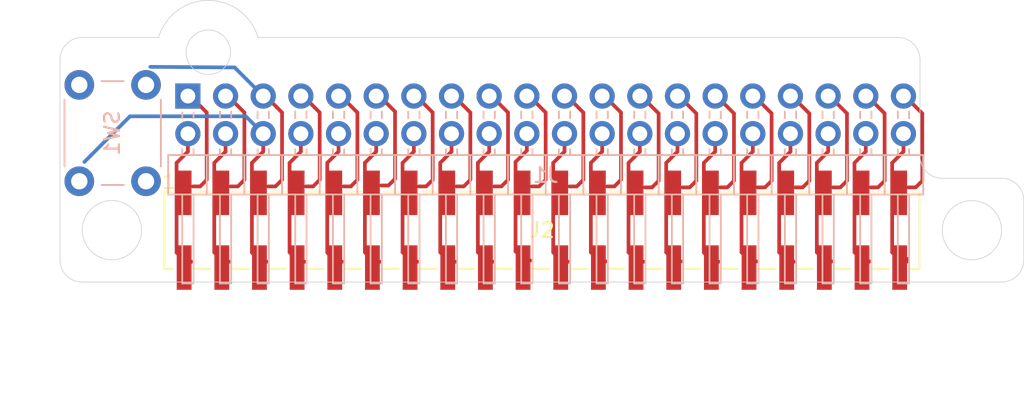
<source format=kicad_pcb>
(kicad_pcb (version 20171130) (host pcbnew 5.1.8)

  (general
    (thickness 1.6)
    (drawings 17)
    (tracks 188)
    (zones 0)
    (modules 3)
    (nets 85)
  )

  (page A4)
  (layers
    (0 F.Cu signal)
    (31 B.Cu signal)
    (32 B.Adhes user)
    (33 F.Adhes user)
    (34 B.Paste user)
    (35 F.Paste user)
    (36 B.SilkS user)
    (37 F.SilkS user)
    (38 B.Mask user)
    (39 F.Mask user)
    (40 Dwgs.User user)
    (41 Cmts.User user)
    (42 Eco1.User user)
    (43 Eco2.User user)
    (44 Edge.Cuts user)
    (45 Margin user)
    (46 B.CrtYd user)
    (47 F.CrtYd user)
    (48 B.Fab user)
    (49 F.Fab user)
  )

  (setup
    (last_trace_width 0.25)
    (trace_clearance 0.2)
    (zone_clearance 0.508)
    (zone_45_only no)
    (trace_min 0.2)
    (via_size 0.8)
    (via_drill 0.4)
    (via_min_size 0.4)
    (via_min_drill 0.3)
    (uvia_size 0.3)
    (uvia_drill 0.1)
    (uvias_allowed no)
    (uvia_min_size 0.2)
    (uvia_min_drill 0.1)
    (edge_width 0.05)
    (segment_width 0.2)
    (pcb_text_width 0.3)
    (pcb_text_size 1.5 1.5)
    (mod_edge_width 0.12)
    (mod_text_size 1 1)
    (mod_text_width 0.15)
    (pad_size 1.524 1.524)
    (pad_drill 0.762)
    (pad_to_mask_clearance 0)
    (aux_axis_origin 0 0)
    (grid_origin 149.0228 104.065329)
    (visible_elements FFFFFF7F)
    (pcbplotparams
      (layerselection 0x010fc_ffffffff)
      (usegerberextensions false)
      (usegerberattributes true)
      (usegerberadvancedattributes true)
      (creategerberjobfile true)
      (excludeedgelayer true)
      (linewidth 0.100000)
      (plotframeref false)
      (viasonmask false)
      (mode 1)
      (useauxorigin false)
      (hpglpennumber 1)
      (hpglpenspeed 20)
      (hpglpendiameter 15.000000)
      (psnegative false)
      (psa4output false)
      (plotreference true)
      (plotvalue true)
      (plotinvisibletext false)
      (padsonsilk false)
      (subtractmaskfromsilk false)
      (outputformat 1)
      (mirror false)
      (drillshape 1)
      (scaleselection 1)
      (outputdirectory ""))
  )

  (net 0 "")
  (net 1 "Net-(J1-Pad40)")
  (net 2 "Net-(J1-Pad39)")
  (net 3 "Net-(J1-Pad38)")
  (net 4 "Net-(J1-Pad37)")
  (net 5 "Net-(J1-Pad36)")
  (net 6 "Net-(J1-Pad35)")
  (net 7 "Net-(J1-Pad34)")
  (net 8 "Net-(J1-Pad33)")
  (net 9 "Net-(J1-Pad32)")
  (net 10 "Net-(J1-Pad31)")
  (net 11 "Net-(J1-Pad30)")
  (net 12 "Net-(J1-Pad29)")
  (net 13 "Net-(J1-Pad28)")
  (net 14 "Net-(J1-Pad27)")
  (net 15 "Net-(J1-Pad26)")
  (net 16 "Net-(J1-Pad25)")
  (net 17 "Net-(J1-Pad24)")
  (net 18 "Net-(J1-Pad23)")
  (net 19 "Net-(J1-Pad22)")
  (net 20 "Net-(J1-Pad21)")
  (net 21 "Net-(J1-Pad20)")
  (net 22 "Net-(J1-Pad19)")
  (net 23 "Net-(J1-Pad18)")
  (net 24 "Net-(J1-Pad17)")
  (net 25 "Net-(J1-Pad16)")
  (net 26 "Net-(J1-Pad15)")
  (net 27 "Net-(J1-Pad14)")
  (net 28 "Net-(J1-Pad13)")
  (net 29 "Net-(J1-Pad12)")
  (net 30 "Net-(J1-Pad11)")
  (net 31 "Net-(J1-Pad10)")
  (net 32 "Net-(J1-Pad9)")
  (net 33 "Net-(J1-Pad8)")
  (net 34 "Net-(J1-Pad7)")
  (net 35 /6)
  (net 36 /5)
  (net 37 "Net-(J1-Pad4)")
  (net 38 "Net-(J1-Pad3)")
  (net 39 "Net-(J1-Pad2)")
  (net 40 "Net-(J1-Pad1)")
  (net 41 "Net-(J1-Pad5)")
  (net 42 "Net-(J1-Pad6)")
  (net 43 "Net-(J2-Pad1)")
  (net 44 "Net-(J2-Pad2)")
  (net 45 "Net-(J2-Pad3)")
  (net 46 "Net-(J2-Pad4)")
  (net 47 "Net-(J2-Pad7)")
  (net 48 "Net-(J2-Pad8)")
  (net 49 "Net-(J2-Pad9)")
  (net 50 "Net-(J2-Pad10)")
  (net 51 "Net-(J2-Pad11)")
  (net 52 "Net-(J2-Pad12)")
  (net 53 "Net-(J2-Pad13)")
  (net 54 "Net-(J2-Pad14)")
  (net 55 "Net-(J2-Pad15)")
  (net 56 "Net-(J2-Pad16)")
  (net 57 "Net-(J2-Pad17)")
  (net 58 "Net-(J2-Pad18)")
  (net 59 "Net-(J2-Pad19)")
  (net 60 "Net-(J2-Pad20)")
  (net 61 "Net-(J2-Pad21)")
  (net 62 "Net-(J2-Pad22)")
  (net 63 "Net-(J2-Pad23)")
  (net 64 "Net-(J2-Pad24)")
  (net 65 "Net-(J2-Pad25)")
  (net 66 "Net-(J2-Pad26)")
  (net 67 "Net-(J2-Pad27)")
  (net 68 "Net-(J2-Pad28)")
  (net 69 "Net-(J2-Pad29)")
  (net 70 "Net-(J2-Pad30)")
  (net 71 "Net-(J2-Pad31)")
  (net 72 "Net-(J2-Pad32)")
  (net 73 "Net-(J2-Pad33)")
  (net 74 "Net-(J2-Pad34)")
  (net 75 "Net-(J2-Pad35)")
  (net 76 "Net-(J2-Pad36)")
  (net 77 "Net-(J2-Pad37)")
  (net 78 "Net-(J2-Pad38)")
  (net 79 "Net-(J2-Pad39)")
  (net 80 "Net-(J2-Pad40)")
  (net 81 "Net-(SW1-Pad2)")
  (net 82 "Net-(SW1-Pad3)")
  (net 83 "Net-(SW1-Pad4)")
  (net 84 "Net-(SW1-Pad1)")

  (net_class Default "This is the default net class."
    (clearance 0.2)
    (trace_width 0.25)
    (via_dia 0.8)
    (via_drill 0.4)
    (uvia_dia 0.3)
    (uvia_drill 0.1)
    (add_net /5)
    (add_net /6)
    (add_net "Net-(J1-Pad1)")
    (add_net "Net-(J1-Pad10)")
    (add_net "Net-(J1-Pad11)")
    (add_net "Net-(J1-Pad12)")
    (add_net "Net-(J1-Pad13)")
    (add_net "Net-(J1-Pad14)")
    (add_net "Net-(J1-Pad15)")
    (add_net "Net-(J1-Pad16)")
    (add_net "Net-(J1-Pad17)")
    (add_net "Net-(J1-Pad18)")
    (add_net "Net-(J1-Pad19)")
    (add_net "Net-(J1-Pad2)")
    (add_net "Net-(J1-Pad20)")
    (add_net "Net-(J1-Pad21)")
    (add_net "Net-(J1-Pad22)")
    (add_net "Net-(J1-Pad23)")
    (add_net "Net-(J1-Pad24)")
    (add_net "Net-(J1-Pad25)")
    (add_net "Net-(J1-Pad26)")
    (add_net "Net-(J1-Pad27)")
    (add_net "Net-(J1-Pad28)")
    (add_net "Net-(J1-Pad29)")
    (add_net "Net-(J1-Pad3)")
    (add_net "Net-(J1-Pad30)")
    (add_net "Net-(J1-Pad31)")
    (add_net "Net-(J1-Pad32)")
    (add_net "Net-(J1-Pad33)")
    (add_net "Net-(J1-Pad34)")
    (add_net "Net-(J1-Pad35)")
    (add_net "Net-(J1-Pad36)")
    (add_net "Net-(J1-Pad37)")
    (add_net "Net-(J1-Pad38)")
    (add_net "Net-(J1-Pad39)")
    (add_net "Net-(J1-Pad4)")
    (add_net "Net-(J1-Pad40)")
    (add_net "Net-(J1-Pad5)")
    (add_net "Net-(J1-Pad6)")
    (add_net "Net-(J1-Pad7)")
    (add_net "Net-(J1-Pad8)")
    (add_net "Net-(J1-Pad9)")
    (add_net "Net-(J2-Pad1)")
    (add_net "Net-(J2-Pad10)")
    (add_net "Net-(J2-Pad11)")
    (add_net "Net-(J2-Pad12)")
    (add_net "Net-(J2-Pad13)")
    (add_net "Net-(J2-Pad14)")
    (add_net "Net-(J2-Pad15)")
    (add_net "Net-(J2-Pad16)")
    (add_net "Net-(J2-Pad17)")
    (add_net "Net-(J2-Pad18)")
    (add_net "Net-(J2-Pad19)")
    (add_net "Net-(J2-Pad2)")
    (add_net "Net-(J2-Pad20)")
    (add_net "Net-(J2-Pad21)")
    (add_net "Net-(J2-Pad22)")
    (add_net "Net-(J2-Pad23)")
    (add_net "Net-(J2-Pad24)")
    (add_net "Net-(J2-Pad25)")
    (add_net "Net-(J2-Pad26)")
    (add_net "Net-(J2-Pad27)")
    (add_net "Net-(J2-Pad28)")
    (add_net "Net-(J2-Pad29)")
    (add_net "Net-(J2-Pad3)")
    (add_net "Net-(J2-Pad30)")
    (add_net "Net-(J2-Pad31)")
    (add_net "Net-(J2-Pad32)")
    (add_net "Net-(J2-Pad33)")
    (add_net "Net-(J2-Pad34)")
    (add_net "Net-(J2-Pad35)")
    (add_net "Net-(J2-Pad36)")
    (add_net "Net-(J2-Pad37)")
    (add_net "Net-(J2-Pad38)")
    (add_net "Net-(J2-Pad39)")
    (add_net "Net-(J2-Pad4)")
    (add_net "Net-(J2-Pad40)")
    (add_net "Net-(J2-Pad7)")
    (add_net "Net-(J2-Pad8)")
    (add_net "Net-(J2-Pad9)")
    (add_net "Net-(SW1-Pad1)")
    (add_net "Net-(SW1-Pad2)")
    (add_net "Net-(SW1-Pad3)")
    (add_net "Net-(SW1-Pad4)")
  )

  (module PiCase40:SW_PUSH_6mm_H11mm (layer B.Cu) (tedit 5FE018CF) (tstamp 5FE0924A)
    (at 120.0228 103.565329 90)
    (descr "tactile push button, 6x6mm e.g. PHAP33xx series, height=11mm")
    (tags "tact sw push 6mm")
    (path /5FE043DB)
    (fp_text reference SW1 (at 0.05 0.014 90) (layer B.SilkS)
      (effects (font (size 1 1) (thickness 0.15)) (justify mirror))
    )
    (fp_text value SW_MEC_5E (at 3.75 -6.7 90) (layer B.Fab)
      (effects (font (size 1 1) (thickness 0.15)) (justify mirror))
    )
    (fp_text user %R (at 0.05 0.05 90) (layer B.Fab)
      (effects (font (size 1 1) (thickness 0.15)) (justify mirror))
    )
    (fp_circle (center 0.05 0.05) (end -1.95 -0.2) (layer B.Fab) (width 0.1))
    (fp_line (start 3.55 -0.7) (end 3.55 0.8) (layer B.SilkS) (width 0.12))
    (fp_line (start 2.3 3.3) (end -2.2 3.3) (layer B.SilkS) (width 0.12))
    (fp_line (start -3.45 0.8) (end -3.45 -0.7) (layer B.SilkS) (width 0.12))
    (fp_line (start -2.2 -3.2) (end 2.3 -3.2) (layer B.SilkS) (width 0.12))
    (fp_line (start 4.42 3.55) (end 4.42 -3.288) (layer B.CrtYd) (width 0.05))
    (fp_line (start 4.42 -3.288) (end -4.343 -3.288) (layer B.CrtYd) (width 0.05))
    (fp_line (start -4.343 -3.288) (end -4.343 3.55) (layer B.CrtYd) (width 0.05))
    (fp_line (start -4.343 3.55) (end 4.42 3.55) (layer B.CrtYd) (width 0.05))
    (fp_line (start -2.95 3.05) (end 0.05 3.05) (layer B.Fab) (width 0.1))
    (fp_line (start -3.05 -3.05) (end -3.05 3.05) (layer B.Fab) (width 0.1))
    (fp_line (start 3.05 -3.05) (end -3.05 -3.05) (layer B.Fab) (width 0.1))
    (fp_line (start 3.05 3.05) (end 3.05 -3.05) (layer B.Fab) (width 0.1))
    (fp_line (start 0.05 3.05) (end 3.05 3.05) (layer B.Fab) (width 0.1))
    (pad 2 thru_hole circle (at -3.2 -2.2) (size 2 2) (drill 1.1) (layers *.Cu *.Mask)
      (net 81 "Net-(SW1-Pad2)"))
    (pad 3 thru_hole circle (at -3.2 2.3) (size 2 2) (drill 1.1) (layers *.Cu *.Mask)
      (net 82 "Net-(SW1-Pad3)"))
    (pad 4 thru_hole circle (at 3.3 -2.2) (size 2 2) (drill 1.1) (layers *.Cu *.Mask)
      (net 83 "Net-(SW1-Pad4)"))
    (pad 1 thru_hole circle (at 3.3 2.3) (size 2 2) (drill 1.1) (layers *.Cu *.Mask)
      (net 84 "Net-(SW1-Pad1)"))
    (model ${KIPRJMOD}/Library/3D/PiCase40.3dshapes/SW_PUSH_6mm_H11mm.wrl
      (offset (xyz -3.24 2.25 0))
      (scale (xyz 1 1 1))
      (rotate (xyz 0 0 0))
    )
  )

  (module PiCase40:PinHeader_2x20_P2.54mm_Horizontal (layer B.Cu) (tedit 5FDB1F79) (tstamp 5FDCAE2A)
    (at 125.1468 101.017329 270)
    (descr "Through hole angled pin header, 2x20, 2.54mm pitch, 6mm pin length, double rows")
    (tags "Through hole angled pin header THT 2x20 2.54mm double row")
    (path /5FDAE952)
    (fp_text reference J1 (at 5.334 -24.13 180) (layer B.SilkS)
      (effects (font (size 1 1) (thickness 0.15)) (justify mirror))
    )
    (fp_text value Conn_02x20_Odd_Even_Male (at 5.655 -50.53 90) (layer B.Fab)
      (effects (font (size 1 1) (thickness 0.15)) (justify mirror))
    )
    (fp_text user %R (at 5.31 -24.13 180) (layer B.Fab)
      (effects (font (size 1 1) (thickness 0.15)) (justify mirror))
    )
    (fp_line (start 13.1 1.8) (end -1.8 1.8) (layer B.CrtYd) (width 0.05))
    (fp_line (start 13.1 -50.05) (end 13.1 1.8) (layer B.CrtYd) (width 0.05))
    (fp_line (start -1.8 -50.05) (end 13.1 -50.05) (layer B.CrtYd) (width 0.05))
    (fp_line (start -1.8 1.8) (end -1.8 -50.05) (layer B.CrtYd) (width 0.05))
    (fp_line (start 1.042929 -48.64) (end 1.497071 -48.64) (layer B.SilkS) (width 0.12))
    (fp_line (start 1.042929 -47.88) (end 1.497071 -47.88) (layer B.SilkS) (width 0.12))
    (fp_line (start 3.582929 -48.64) (end 3.98 -48.64) (layer B.SilkS) (width 0.12))
    (fp_line (start 3.582929 -47.88) (end 3.98 -47.88) (layer B.SilkS) (width 0.12))
    (fp_line (start 12.64 -48.64) (end 6.64 -48.64) (layer B.SilkS) (width 0.12))
    (fp_line (start 12.64 -47.88) (end 12.64 -48.64) (layer B.SilkS) (width 0.12))
    (fp_line (start 6.64 -47.88) (end 12.64 -47.88) (layer B.SilkS) (width 0.12))
    (fp_line (start 3.98 -46.99) (end 6.64 -46.99) (layer B.SilkS) (width 0.12))
    (fp_line (start 1.042929 -46.1) (end 1.497071 -46.1) (layer B.SilkS) (width 0.12))
    (fp_line (start 1.042929 -45.34) (end 1.497071 -45.34) (layer B.SilkS) (width 0.12))
    (fp_line (start 3.582929 -46.1) (end 3.98 -46.1) (layer B.SilkS) (width 0.12))
    (fp_line (start 3.582929 -45.34) (end 3.98 -45.34) (layer B.SilkS) (width 0.12))
    (fp_line (start 12.64 -46.1) (end 6.64 -46.1) (layer B.SilkS) (width 0.12))
    (fp_line (start 12.64 -45.34) (end 12.64 -46.1) (layer B.SilkS) (width 0.12))
    (fp_line (start 6.64 -45.34) (end 12.64 -45.34) (layer B.SilkS) (width 0.12))
    (fp_line (start 3.98 -44.45) (end 6.64 -44.45) (layer B.SilkS) (width 0.12))
    (fp_line (start 1.042929 -43.56) (end 1.497071 -43.56) (layer B.SilkS) (width 0.12))
    (fp_line (start 1.042929 -42.8) (end 1.497071 -42.8) (layer B.SilkS) (width 0.12))
    (fp_line (start 3.582929 -43.56) (end 3.98 -43.56) (layer B.SilkS) (width 0.12))
    (fp_line (start 3.582929 -42.8) (end 3.98 -42.8) (layer B.SilkS) (width 0.12))
    (fp_line (start 12.64 -43.56) (end 6.64 -43.56) (layer B.SilkS) (width 0.12))
    (fp_line (start 12.64 -42.8) (end 12.64 -43.56) (layer B.SilkS) (width 0.12))
    (fp_line (start 6.64 -42.8) (end 12.64 -42.8) (layer B.SilkS) (width 0.12))
    (fp_line (start 3.98 -41.91) (end 6.64 -41.91) (layer B.SilkS) (width 0.12))
    (fp_line (start 1.042929 -41.02) (end 1.497071 -41.02) (layer B.SilkS) (width 0.12))
    (fp_line (start 1.042929 -40.26) (end 1.497071 -40.26) (layer B.SilkS) (width 0.12))
    (fp_line (start 3.582929 -41.02) (end 3.98 -41.02) (layer B.SilkS) (width 0.12))
    (fp_line (start 3.582929 -40.26) (end 3.98 -40.26) (layer B.SilkS) (width 0.12))
    (fp_line (start 12.64 -41.02) (end 6.64 -41.02) (layer B.SilkS) (width 0.12))
    (fp_line (start 12.64 -40.26) (end 12.64 -41.02) (layer B.SilkS) (width 0.12))
    (fp_line (start 6.64 -40.26) (end 12.64 -40.26) (layer B.SilkS) (width 0.12))
    (fp_line (start 3.98 -39.37) (end 6.64 -39.37) (layer B.SilkS) (width 0.12))
    (fp_line (start 1.042929 -38.48) (end 1.497071 -38.48) (layer B.SilkS) (width 0.12))
    (fp_line (start 1.042929 -37.72) (end 1.497071 -37.72) (layer B.SilkS) (width 0.12))
    (fp_line (start 3.582929 -38.48) (end 3.98 -38.48) (layer B.SilkS) (width 0.12))
    (fp_line (start 3.582929 -37.72) (end 3.98 -37.72) (layer B.SilkS) (width 0.12))
    (fp_line (start 12.64 -38.48) (end 6.64 -38.48) (layer B.SilkS) (width 0.12))
    (fp_line (start 12.64 -37.72) (end 12.64 -38.48) (layer B.SilkS) (width 0.12))
    (fp_line (start 6.64 -37.72) (end 12.64 -37.72) (layer B.SilkS) (width 0.12))
    (fp_line (start 3.98 -36.83) (end 6.64 -36.83) (layer B.SilkS) (width 0.12))
    (fp_line (start 1.042929 -35.94) (end 1.497071 -35.94) (layer B.SilkS) (width 0.12))
    (fp_line (start 1.042929 -35.18) (end 1.497071 -35.18) (layer B.SilkS) (width 0.12))
    (fp_line (start 3.582929 -35.94) (end 3.98 -35.94) (layer B.SilkS) (width 0.12))
    (fp_line (start 3.582929 -35.18) (end 3.98 -35.18) (layer B.SilkS) (width 0.12))
    (fp_line (start 12.64 -35.94) (end 6.64 -35.94) (layer B.SilkS) (width 0.12))
    (fp_line (start 12.64 -35.18) (end 12.64 -35.94) (layer B.SilkS) (width 0.12))
    (fp_line (start 6.64 -35.18) (end 12.64 -35.18) (layer B.SilkS) (width 0.12))
    (fp_line (start 3.98 -34.29) (end 6.64 -34.29) (layer B.SilkS) (width 0.12))
    (fp_line (start 1.042929 -33.4) (end 1.497071 -33.4) (layer B.SilkS) (width 0.12))
    (fp_line (start 1.042929 -32.64) (end 1.497071 -32.64) (layer B.SilkS) (width 0.12))
    (fp_line (start 3.582929 -33.4) (end 3.98 -33.4) (layer B.SilkS) (width 0.12))
    (fp_line (start 3.582929 -32.64) (end 3.98 -32.64) (layer B.SilkS) (width 0.12))
    (fp_line (start 12.64 -33.4) (end 6.64 -33.4) (layer B.SilkS) (width 0.12))
    (fp_line (start 12.64 -32.64) (end 12.64 -33.4) (layer B.SilkS) (width 0.12))
    (fp_line (start 6.64 -32.64) (end 12.64 -32.64) (layer B.SilkS) (width 0.12))
    (fp_line (start 3.98 -31.75) (end 6.64 -31.75) (layer B.SilkS) (width 0.12))
    (fp_line (start 1.042929 -30.86) (end 1.497071 -30.86) (layer B.SilkS) (width 0.12))
    (fp_line (start 1.042929 -30.1) (end 1.497071 -30.1) (layer B.SilkS) (width 0.12))
    (fp_line (start 3.582929 -30.86) (end 3.98 -30.86) (layer B.SilkS) (width 0.12))
    (fp_line (start 3.582929 -30.1) (end 3.98 -30.1) (layer B.SilkS) (width 0.12))
    (fp_line (start 12.64 -30.86) (end 6.64 -30.86) (layer B.SilkS) (width 0.12))
    (fp_line (start 12.64 -30.1) (end 12.64 -30.86) (layer B.SilkS) (width 0.12))
    (fp_line (start 6.64 -30.1) (end 12.64 -30.1) (layer B.SilkS) (width 0.12))
    (fp_line (start 3.98 -29.21) (end 6.64 -29.21) (layer B.SilkS) (width 0.12))
    (fp_line (start 1.042929 -28.32) (end 1.497071 -28.32) (layer B.SilkS) (width 0.12))
    (fp_line (start 1.042929 -27.56) (end 1.497071 -27.56) (layer B.SilkS) (width 0.12))
    (fp_line (start 3.582929 -28.32) (end 3.98 -28.32) (layer B.SilkS) (width 0.12))
    (fp_line (start 3.582929 -27.56) (end 3.98 -27.56) (layer B.SilkS) (width 0.12))
    (fp_line (start 12.64 -28.32) (end 6.64 -28.32) (layer B.SilkS) (width 0.12))
    (fp_line (start 12.64 -27.56) (end 12.64 -28.32) (layer B.SilkS) (width 0.12))
    (fp_line (start 6.64 -27.56) (end 12.64 -27.56) (layer B.SilkS) (width 0.12))
    (fp_line (start 3.98 -26.67) (end 6.64 -26.67) (layer B.SilkS) (width 0.12))
    (fp_line (start 1.042929 -25.78) (end 1.497071 -25.78) (layer B.SilkS) (width 0.12))
    (fp_line (start 1.042929 -25.02) (end 1.497071 -25.02) (layer B.SilkS) (width 0.12))
    (fp_line (start 3.582929 -25.78) (end 3.98 -25.78) (layer B.SilkS) (width 0.12))
    (fp_line (start 3.582929 -25.02) (end 3.98 -25.02) (layer B.SilkS) (width 0.12))
    (fp_line (start 12.64 -25.78) (end 6.64 -25.78) (layer B.SilkS) (width 0.12))
    (fp_line (start 12.64 -25.02) (end 12.64 -25.78) (layer B.SilkS) (width 0.12))
    (fp_line (start 6.64 -25.02) (end 12.64 -25.02) (layer B.SilkS) (width 0.12))
    (fp_line (start 3.98 -24.13) (end 6.64 -24.13) (layer B.SilkS) (width 0.12))
    (fp_line (start 1.042929 -23.24) (end 1.497071 -23.24) (layer B.SilkS) (width 0.12))
    (fp_line (start 1.042929 -22.48) (end 1.497071 -22.48) (layer B.SilkS) (width 0.12))
    (fp_line (start 3.582929 -23.24) (end 3.98 -23.24) (layer B.SilkS) (width 0.12))
    (fp_line (start 3.582929 -22.48) (end 3.98 -22.48) (layer B.SilkS) (width 0.12))
    (fp_line (start 12.64 -23.24) (end 6.64 -23.24) (layer B.SilkS) (width 0.12))
    (fp_line (start 12.64 -22.48) (end 12.64 -23.24) (layer B.SilkS) (width 0.12))
    (fp_line (start 6.64 -22.48) (end 12.64 -22.48) (layer B.SilkS) (width 0.12))
    (fp_line (start 3.98 -21.59) (end 6.64 -21.59) (layer B.SilkS) (width 0.12))
    (fp_line (start 1.042929 -20.7) (end 1.497071 -20.7) (layer B.SilkS) (width 0.12))
    (fp_line (start 1.042929 -19.94) (end 1.497071 -19.94) (layer B.SilkS) (width 0.12))
    (fp_line (start 3.582929 -20.7) (end 3.98 -20.7) (layer B.SilkS) (width 0.12))
    (fp_line (start 3.582929 -19.94) (end 3.98 -19.94) (layer B.SilkS) (width 0.12))
    (fp_line (start 12.64 -20.7) (end 6.64 -20.7) (layer B.SilkS) (width 0.12))
    (fp_line (start 12.64 -19.94) (end 12.64 -20.7) (layer B.SilkS) (width 0.12))
    (fp_line (start 6.64 -19.94) (end 12.64 -19.94) (layer B.SilkS) (width 0.12))
    (fp_line (start 3.98 -19.05) (end 6.64 -19.05) (layer B.SilkS) (width 0.12))
    (fp_line (start 1.042929 -18.16) (end 1.497071 -18.16) (layer B.SilkS) (width 0.12))
    (fp_line (start 1.042929 -17.4) (end 1.497071 -17.4) (layer B.SilkS) (width 0.12))
    (fp_line (start 3.582929 -18.16) (end 3.98 -18.16) (layer B.SilkS) (width 0.12))
    (fp_line (start 3.582929 -17.4) (end 3.98 -17.4) (layer B.SilkS) (width 0.12))
    (fp_line (start 12.64 -18.16) (end 6.64 -18.16) (layer B.SilkS) (width 0.12))
    (fp_line (start 12.64 -17.4) (end 12.64 -18.16) (layer B.SilkS) (width 0.12))
    (fp_line (start 6.64 -17.4) (end 12.64 -17.4) (layer B.SilkS) (width 0.12))
    (fp_line (start 3.98 -16.51) (end 6.64 -16.51) (layer B.SilkS) (width 0.12))
    (fp_line (start 1.042929 -15.62) (end 1.497071 -15.62) (layer B.SilkS) (width 0.12))
    (fp_line (start 1.042929 -14.86) (end 1.497071 -14.86) (layer B.SilkS) (width 0.12))
    (fp_line (start 3.582929 -15.62) (end 3.98 -15.62) (layer B.SilkS) (width 0.12))
    (fp_line (start 3.582929 -14.86) (end 3.98 -14.86) (layer B.SilkS) (width 0.12))
    (fp_line (start 12.64 -15.62) (end 6.64 -15.62) (layer B.SilkS) (width 0.12))
    (fp_line (start 12.64 -14.86) (end 12.64 -15.62) (layer B.SilkS) (width 0.12))
    (fp_line (start 6.64 -14.86) (end 12.64 -14.86) (layer B.SilkS) (width 0.12))
    (fp_line (start 3.98 -13.97) (end 6.64 -13.97) (layer B.SilkS) (width 0.12))
    (fp_line (start 1.042929 -13.08) (end 1.497071 -13.08) (layer B.SilkS) (width 0.12))
    (fp_line (start 1.042929 -12.32) (end 1.497071 -12.32) (layer B.SilkS) (width 0.12))
    (fp_line (start 3.582929 -13.08) (end 3.98 -13.08) (layer B.SilkS) (width 0.12))
    (fp_line (start 3.582929 -12.32) (end 3.98 -12.32) (layer B.SilkS) (width 0.12))
    (fp_line (start 12.64 -13.08) (end 6.64 -13.08) (layer B.SilkS) (width 0.12))
    (fp_line (start 12.64 -12.32) (end 12.64 -13.08) (layer B.SilkS) (width 0.12))
    (fp_line (start 6.64 -12.32) (end 12.64 -12.32) (layer B.SilkS) (width 0.12))
    (fp_line (start 3.98 -11.43) (end 6.64 -11.43) (layer B.SilkS) (width 0.12))
    (fp_line (start 1.042929 -10.54) (end 1.497071 -10.54) (layer B.SilkS) (width 0.12))
    (fp_line (start 1.042929 -9.78) (end 1.497071 -9.78) (layer B.SilkS) (width 0.12))
    (fp_line (start 3.582929 -10.54) (end 3.98 -10.54) (layer B.SilkS) (width 0.12))
    (fp_line (start 3.582929 -9.78) (end 3.98 -9.78) (layer B.SilkS) (width 0.12))
    (fp_line (start 12.64 -10.54) (end 6.64 -10.54) (layer B.SilkS) (width 0.12))
    (fp_line (start 12.64 -9.78) (end 12.64 -10.54) (layer B.SilkS) (width 0.12))
    (fp_line (start 6.64 -9.78) (end 12.64 -9.78) (layer B.SilkS) (width 0.12))
    (fp_line (start 3.98 -8.89) (end 6.64 -8.89) (layer B.SilkS) (width 0.12))
    (fp_line (start 1.042929 -8) (end 1.497071 -8) (layer B.SilkS) (width 0.12))
    (fp_line (start 1.042929 -7.24) (end 1.497071 -7.24) (layer B.SilkS) (width 0.12))
    (fp_line (start 3.582929 -8) (end 3.98 -8) (layer B.SilkS) (width 0.12))
    (fp_line (start 3.582929 -7.24) (end 3.98 -7.24) (layer B.SilkS) (width 0.12))
    (fp_line (start 12.64 -8) (end 6.64 -8) (layer B.SilkS) (width 0.12))
    (fp_line (start 12.64 -7.24) (end 12.64 -8) (layer B.SilkS) (width 0.12))
    (fp_line (start 6.64 -7.24) (end 12.64 -7.24) (layer B.SilkS) (width 0.12))
    (fp_line (start 3.98 -6.35) (end 6.64 -6.35) (layer B.SilkS) (width 0.12))
    (fp_line (start 1.042929 -5.46) (end 1.497071 -5.46) (layer B.SilkS) (width 0.12))
    (fp_line (start 1.042929 -4.7) (end 1.497071 -4.7) (layer B.SilkS) (width 0.12))
    (fp_line (start 3.582929 -5.46) (end 3.98 -5.46) (layer B.SilkS) (width 0.12))
    (fp_line (start 3.582929 -4.7) (end 3.98 -4.7) (layer B.SilkS) (width 0.12))
    (fp_line (start 12.64 -5.46) (end 6.64 -5.46) (layer B.SilkS) (width 0.12))
    (fp_line (start 12.64 -4.7) (end 12.64 -5.46) (layer B.SilkS) (width 0.12))
    (fp_line (start 6.64 -4.7) (end 12.64 -4.7) (layer B.SilkS) (width 0.12))
    (fp_line (start 3.98 -3.81) (end 6.64 -3.81) (layer B.SilkS) (width 0.12))
    (fp_line (start 1.042929 -2.92) (end 1.497071 -2.92) (layer B.SilkS) (width 0.12))
    (fp_line (start 1.042929 -2.16) (end 1.497071 -2.16) (layer B.SilkS) (width 0.12))
    (fp_line (start 3.582929 -2.92) (end 3.98 -2.92) (layer B.SilkS) (width 0.12))
    (fp_line (start 3.582929 -2.16) (end 3.98 -2.16) (layer B.SilkS) (width 0.12))
    (fp_line (start 12.64 -2.92) (end 6.64 -2.92) (layer B.SilkS) (width 0.12))
    (fp_line (start 12.64 -2.16) (end 12.64 -2.92) (layer B.SilkS) (width 0.12))
    (fp_line (start 6.64 -2.16) (end 12.64 -2.16) (layer B.SilkS) (width 0.12))
    (fp_line (start 3.98 -1.27) (end 6.64 -1.27) (layer B.SilkS) (width 0.12))
    (fp_line (start 1.11 -0.38) (end 1.497071 -0.38) (layer B.SilkS) (width 0.12))
    (fp_line (start 1.11 0.38) (end 1.497071 0.38) (layer B.SilkS) (width 0.12))
    (fp_line (start 3.582929 -0.38) (end 3.98 -0.38) (layer B.SilkS) (width 0.12))
    (fp_line (start 3.582929 0.38) (end 3.98 0.38) (layer B.SilkS) (width 0.12))
    (fp_line (start 12.64 -0.38) (end 6.64 -0.38) (layer B.SilkS) (width 0.12))
    (fp_line (start 12.64 0.38) (end 12.64 -0.38) (layer B.SilkS) (width 0.12))
    (fp_line (start 6.64 0.38) (end 12.64 0.38) (layer B.SilkS) (width 0.12))
    (fp_line (start 6.64 1.33) (end 3.98 1.33) (layer B.SilkS) (width 0.12))
    (fp_line (start 6.64 -49.59) (end 6.64 1.33) (layer B.SilkS) (width 0.12))
    (fp_line (start 3.98 -49.59) (end 6.64 -49.59) (layer B.SilkS) (width 0.12))
    (fp_line (start 3.98 1.33) (end 3.98 -49.59) (layer B.SilkS) (width 0.12))
    (fp_line (start 6.58 -48.58) (end 12.58 -48.58) (layer B.Fab) (width 0.1))
    (fp_line (start 12.58 -47.94) (end 12.58 -48.58) (layer B.Fab) (width 0.1))
    (fp_line (start 6.58 -47.94) (end 12.58 -47.94) (layer B.Fab) (width 0.1))
    (fp_line (start -0.32 -48.58) (end 4.04 -48.58) (layer B.Fab) (width 0.1))
    (fp_line (start -0.32 -47.94) (end -0.32 -48.58) (layer B.Fab) (width 0.1))
    (fp_line (start -0.32 -47.94) (end 4.04 -47.94) (layer B.Fab) (width 0.1))
    (fp_line (start 6.58 -46.04) (end 12.58 -46.04) (layer B.Fab) (width 0.1))
    (fp_line (start 12.58 -45.4) (end 12.58 -46.04) (layer B.Fab) (width 0.1))
    (fp_line (start 6.58 -45.4) (end 12.58 -45.4) (layer B.Fab) (width 0.1))
    (fp_line (start -0.32 -46.04) (end 4.04 -46.04) (layer B.Fab) (width 0.1))
    (fp_line (start -0.32 -45.4) (end -0.32 -46.04) (layer B.Fab) (width 0.1))
    (fp_line (start -0.32 -45.4) (end 4.04 -45.4) (layer B.Fab) (width 0.1))
    (fp_line (start 6.58 -43.5) (end 12.58 -43.5) (layer B.Fab) (width 0.1))
    (fp_line (start 12.58 -42.86) (end 12.58 -43.5) (layer B.Fab) (width 0.1))
    (fp_line (start 6.58 -42.86) (end 12.58 -42.86) (layer B.Fab) (width 0.1))
    (fp_line (start -0.32 -43.5) (end 4.04 -43.5) (layer B.Fab) (width 0.1))
    (fp_line (start -0.32 -42.86) (end -0.32 -43.5) (layer B.Fab) (width 0.1))
    (fp_line (start -0.32 -42.86) (end 4.04 -42.86) (layer B.Fab) (width 0.1))
    (fp_line (start 6.58 -40.96) (end 12.58 -40.96) (layer B.Fab) (width 0.1))
    (fp_line (start 12.58 -40.32) (end 12.58 -40.96) (layer B.Fab) (width 0.1))
    (fp_line (start 6.58 -40.32) (end 12.58 -40.32) (layer B.Fab) (width 0.1))
    (fp_line (start -0.32 -40.96) (end 4.04 -40.96) (layer B.Fab) (width 0.1))
    (fp_line (start -0.32 -40.32) (end -0.32 -40.96) (layer B.Fab) (width 0.1))
    (fp_line (start -0.32 -40.32) (end 4.04 -40.32) (layer B.Fab) (width 0.1))
    (fp_line (start 6.58 -38.42) (end 12.58 -38.42) (layer B.Fab) (width 0.1))
    (fp_line (start 12.58 -37.78) (end 12.58 -38.42) (layer B.Fab) (width 0.1))
    (fp_line (start 6.58 -37.78) (end 12.58 -37.78) (layer B.Fab) (width 0.1))
    (fp_line (start -0.32 -38.42) (end 4.04 -38.42) (layer B.Fab) (width 0.1))
    (fp_line (start -0.32 -37.78) (end -0.32 -38.42) (layer B.Fab) (width 0.1))
    (fp_line (start -0.32 -37.78) (end 4.04 -37.78) (layer B.Fab) (width 0.1))
    (fp_line (start 6.58 -35.88) (end 12.58 -35.88) (layer B.Fab) (width 0.1))
    (fp_line (start 12.58 -35.24) (end 12.58 -35.88) (layer B.Fab) (width 0.1))
    (fp_line (start 6.58 -35.24) (end 12.58 -35.24) (layer B.Fab) (width 0.1))
    (fp_line (start -0.32 -35.88) (end 4.04 -35.88) (layer B.Fab) (width 0.1))
    (fp_line (start -0.32 -35.24) (end -0.32 -35.88) (layer B.Fab) (width 0.1))
    (fp_line (start -0.32 -35.24) (end 4.04 -35.24) (layer B.Fab) (width 0.1))
    (fp_line (start 6.58 -33.34) (end 12.58 -33.34) (layer B.Fab) (width 0.1))
    (fp_line (start 12.58 -32.7) (end 12.58 -33.34) (layer B.Fab) (width 0.1))
    (fp_line (start 6.58 -32.7) (end 12.58 -32.7) (layer B.Fab) (width 0.1))
    (fp_line (start -0.32 -33.34) (end 4.04 -33.34) (layer B.Fab) (width 0.1))
    (fp_line (start -0.32 -32.7) (end -0.32 -33.34) (layer B.Fab) (width 0.1))
    (fp_line (start -0.32 -32.7) (end 4.04 -32.7) (layer B.Fab) (width 0.1))
    (fp_line (start 6.58 -30.8) (end 12.58 -30.8) (layer B.Fab) (width 0.1))
    (fp_line (start 12.58 -30.16) (end 12.58 -30.8) (layer B.Fab) (width 0.1))
    (fp_line (start 6.58 -30.16) (end 12.58 -30.16) (layer B.Fab) (width 0.1))
    (fp_line (start -0.32 -30.8) (end 4.04 -30.8) (layer B.Fab) (width 0.1))
    (fp_line (start -0.32 -30.16) (end -0.32 -30.8) (layer B.Fab) (width 0.1))
    (fp_line (start -0.32 -30.16) (end 4.04 -30.16) (layer B.Fab) (width 0.1))
    (fp_line (start 6.58 -28.26) (end 12.58 -28.26) (layer B.Fab) (width 0.1))
    (fp_line (start 12.58 -27.62) (end 12.58 -28.26) (layer B.Fab) (width 0.1))
    (fp_line (start 6.58 -27.62) (end 12.58 -27.62) (layer B.Fab) (width 0.1))
    (fp_line (start -0.32 -28.26) (end 4.04 -28.26) (layer B.Fab) (width 0.1))
    (fp_line (start -0.32 -27.62) (end -0.32 -28.26) (layer B.Fab) (width 0.1))
    (fp_line (start -0.32 -27.62) (end 4.04 -27.62) (layer B.Fab) (width 0.1))
    (fp_line (start 6.58 -25.72) (end 12.58 -25.72) (layer B.Fab) (width 0.1))
    (fp_line (start 12.58 -25.08) (end 12.58 -25.72) (layer B.Fab) (width 0.1))
    (fp_line (start 6.58 -25.08) (end 12.58 -25.08) (layer B.Fab) (width 0.1))
    (fp_line (start -0.32 -25.72) (end 4.04 -25.72) (layer B.Fab) (width 0.1))
    (fp_line (start -0.32 -25.08) (end -0.32 -25.72) (layer B.Fab) (width 0.1))
    (fp_line (start -0.32 -25.08) (end 4.04 -25.08) (layer B.Fab) (width 0.1))
    (fp_line (start 6.58 -23.18) (end 12.58 -23.18) (layer B.Fab) (width 0.1))
    (fp_line (start 12.58 -22.54) (end 12.58 -23.18) (layer B.Fab) (width 0.1))
    (fp_line (start 6.58 -22.54) (end 12.58 -22.54) (layer B.Fab) (width 0.1))
    (fp_line (start -0.32 -23.18) (end 4.04 -23.18) (layer B.Fab) (width 0.1))
    (fp_line (start -0.32 -22.54) (end -0.32 -23.18) (layer B.Fab) (width 0.1))
    (fp_line (start -0.32 -22.54) (end 4.04 -22.54) (layer B.Fab) (width 0.1))
    (fp_line (start 6.58 -20.64) (end 12.58 -20.64) (layer B.Fab) (width 0.1))
    (fp_line (start 12.58 -20) (end 12.58 -20.64) (layer B.Fab) (width 0.1))
    (fp_line (start 6.58 -20) (end 12.58 -20) (layer B.Fab) (width 0.1))
    (fp_line (start -0.32 -20.64) (end 4.04 -20.64) (layer B.Fab) (width 0.1))
    (fp_line (start -0.32 -20) (end -0.32 -20.64) (layer B.Fab) (width 0.1))
    (fp_line (start -0.32 -20) (end 4.04 -20) (layer B.Fab) (width 0.1))
    (fp_line (start 6.58 -18.1) (end 12.58 -18.1) (layer B.Fab) (width 0.1))
    (fp_line (start 12.58 -17.46) (end 12.58 -18.1) (layer B.Fab) (width 0.1))
    (fp_line (start 6.58 -17.46) (end 12.58 -17.46) (layer B.Fab) (width 0.1))
    (fp_line (start -0.32 -18.1) (end 4.04 -18.1) (layer B.Fab) (width 0.1))
    (fp_line (start -0.32 -17.46) (end -0.32 -18.1) (layer B.Fab) (width 0.1))
    (fp_line (start -0.32 -17.46) (end 4.04 -17.46) (layer B.Fab) (width 0.1))
    (fp_line (start 6.58 -15.56) (end 12.58 -15.56) (layer B.Fab) (width 0.1))
    (fp_line (start 12.58 -14.92) (end 12.58 -15.56) (layer B.Fab) (width 0.1))
    (fp_line (start 6.58 -14.92) (end 12.58 -14.92) (layer B.Fab) (width 0.1))
    (fp_line (start -0.32 -15.56) (end 4.04 -15.56) (layer B.Fab) (width 0.1))
    (fp_line (start -0.32 -14.92) (end -0.32 -15.56) (layer B.Fab) (width 0.1))
    (fp_line (start -0.32 -14.92) (end 4.04 -14.92) (layer B.Fab) (width 0.1))
    (fp_line (start 6.58 -13.02) (end 12.58 -13.02) (layer B.Fab) (width 0.1))
    (fp_line (start 12.58 -12.38) (end 12.58 -13.02) (layer B.Fab) (width 0.1))
    (fp_line (start 6.58 -12.38) (end 12.58 -12.38) (layer B.Fab) (width 0.1))
    (fp_line (start -0.32 -13.02) (end 4.04 -13.02) (layer B.Fab) (width 0.1))
    (fp_line (start -0.32 -12.38) (end -0.32 -13.02) (layer B.Fab) (width 0.1))
    (fp_line (start -0.32 -12.38) (end 4.04 -12.38) (layer B.Fab) (width 0.1))
    (fp_line (start 6.58 -10.48) (end 12.58 -10.48) (layer B.Fab) (width 0.1))
    (fp_line (start 12.58 -9.84) (end 12.58 -10.48) (layer B.Fab) (width 0.1))
    (fp_line (start 6.58 -9.84) (end 12.58 -9.84) (layer B.Fab) (width 0.1))
    (fp_line (start -0.32 -10.48) (end 4.04 -10.48) (layer B.Fab) (width 0.1))
    (fp_line (start -0.32 -9.84) (end -0.32 -10.48) (layer B.Fab) (width 0.1))
    (fp_line (start -0.32 -9.84) (end 4.04 -9.84) (layer B.Fab) (width 0.1))
    (fp_line (start 6.58 -7.94) (end 12.58 -7.94) (layer B.Fab) (width 0.1))
    (fp_line (start 12.58 -7.3) (end 12.58 -7.94) (layer B.Fab) (width 0.1))
    (fp_line (start 6.58 -7.3) (end 12.58 -7.3) (layer B.Fab) (width 0.1))
    (fp_line (start -0.32 -7.94) (end 4.04 -7.94) (layer B.Fab) (width 0.1))
    (fp_line (start -0.32 -7.3) (end -0.32 -7.94) (layer B.Fab) (width 0.1))
    (fp_line (start -0.32 -7.3) (end 4.04 -7.3) (layer B.Fab) (width 0.1))
    (fp_line (start 6.58 -5.4) (end 12.58 -5.4) (layer B.Fab) (width 0.1))
    (fp_line (start 12.58 -4.76) (end 12.58 -5.4) (layer B.Fab) (width 0.1))
    (fp_line (start 6.58 -4.76) (end 12.58 -4.76) (layer B.Fab) (width 0.1))
    (fp_line (start -0.32 -5.4) (end 4.04 -5.4) (layer B.Fab) (width 0.1))
    (fp_line (start -0.32 -4.76) (end -0.32 -5.4) (layer B.Fab) (width 0.1))
    (fp_line (start -0.32 -4.76) (end 4.04 -4.76) (layer B.Fab) (width 0.1))
    (fp_line (start 6.58 -2.86) (end 12.58 -2.86) (layer B.Fab) (width 0.1))
    (fp_line (start 12.58 -2.22) (end 12.58 -2.86) (layer B.Fab) (width 0.1))
    (fp_line (start 6.58 -2.22) (end 12.58 -2.22) (layer B.Fab) (width 0.1))
    (fp_line (start -0.32 -2.86) (end 4.04 -2.86) (layer B.Fab) (width 0.1))
    (fp_line (start -0.32 -2.22) (end -0.32 -2.86) (layer B.Fab) (width 0.1))
    (fp_line (start -0.32 -2.22) (end 4.04 -2.22) (layer B.Fab) (width 0.1))
    (fp_line (start 6.58 -0.32) (end 12.58 -0.32) (layer B.Fab) (width 0.1))
    (fp_line (start 12.58 0.32) (end 12.58 -0.32) (layer B.Fab) (width 0.1))
    (fp_line (start 6.58 0.32) (end 12.58 0.32) (layer B.Fab) (width 0.1))
    (fp_line (start -0.32 -0.32) (end 4.04 -0.32) (layer B.Fab) (width 0.1))
    (fp_line (start -0.32 0.32) (end -0.32 -0.32) (layer B.Fab) (width 0.1))
    (fp_line (start -0.32 0.32) (end 4.04 0.32) (layer B.Fab) (width 0.1))
    (fp_line (start 4.04 -49.53) (end 4.04 1.27) (layer B.Fab) (width 0.1))
    (fp_line (start 6.58 -49.53) (end 4.04 -49.53) (layer B.Fab) (width 0.1))
    (fp_line (start 6.58 1.27) (end 6.58 -49.53) (layer B.Fab) (width 0.1))
    (fp_line (start 4.04 1.27) (end 6.58 1.27) (layer B.Fab) (width 0.1))
    (pad 1 thru_hole rect (at 0 0 270) (size 1.7 1.7) (drill 1) (layers *.Cu *.Mask)
      (net 40 "Net-(J1-Pad1)"))
    (pad 2 thru_hole oval (at 2.54 0 270) (size 1.7 1.7) (drill 1) (layers *.Cu *.Mask)
      (net 39 "Net-(J1-Pad2)"))
    (pad 3 thru_hole oval (at 0 -2.54 270) (size 1.7 1.7) (drill 1) (layers *.Cu *.Mask)
      (net 38 "Net-(J1-Pad3)"))
    (pad 4 thru_hole oval (at 2.54 -2.54 270) (size 1.7 1.7) (drill 1) (layers *.Cu *.Mask)
      (net 37 "Net-(J1-Pad4)"))
    (pad 5 thru_hole oval (at 0 -5.08 270) (size 1.7 1.7) (drill 1) (layers *.Cu *.Mask)
      (net 41 "Net-(J1-Pad5)"))
    (pad 6 thru_hole oval (at 2.54 -5.08 270) (size 1.7 1.7) (drill 1) (layers *.Cu *.Mask)
      (net 42 "Net-(J1-Pad6)"))
    (pad 7 thru_hole oval (at 0 -7.62 270) (size 1.7 1.7) (drill 1) (layers *.Cu *.Mask)
      (net 34 "Net-(J1-Pad7)"))
    (pad 8 thru_hole oval (at 2.54 -7.62 270) (size 1.7 1.7) (drill 1) (layers *.Cu *.Mask)
      (net 33 "Net-(J1-Pad8)"))
    (pad 9 thru_hole oval (at 0 -10.16 270) (size 1.7 1.7) (drill 1) (layers *.Cu *.Mask)
      (net 32 "Net-(J1-Pad9)"))
    (pad 10 thru_hole oval (at 2.54 -10.16 270) (size 1.7 1.7) (drill 1) (layers *.Cu *.Mask)
      (net 31 "Net-(J1-Pad10)"))
    (pad 11 thru_hole oval (at 0 -12.7 270) (size 1.7 1.7) (drill 1) (layers *.Cu *.Mask)
      (net 30 "Net-(J1-Pad11)"))
    (pad 12 thru_hole oval (at 2.54 -12.7 270) (size 1.7 1.7) (drill 1) (layers *.Cu *.Mask)
      (net 29 "Net-(J1-Pad12)"))
    (pad 13 thru_hole oval (at 0 -15.24 270) (size 1.7 1.7) (drill 1) (layers *.Cu *.Mask)
      (net 28 "Net-(J1-Pad13)"))
    (pad 14 thru_hole oval (at 2.54 -15.24 270) (size 1.7 1.7) (drill 1) (layers *.Cu *.Mask)
      (net 27 "Net-(J1-Pad14)"))
    (pad 15 thru_hole oval (at 0 -17.78 270) (size 1.7 1.7) (drill 1) (layers *.Cu *.Mask)
      (net 26 "Net-(J1-Pad15)"))
    (pad 16 thru_hole oval (at 2.54 -17.78 270) (size 1.7 1.7) (drill 1) (layers *.Cu *.Mask)
      (net 25 "Net-(J1-Pad16)"))
    (pad 17 thru_hole oval (at 0 -20.32 270) (size 1.7 1.7) (drill 1) (layers *.Cu *.Mask)
      (net 24 "Net-(J1-Pad17)"))
    (pad 18 thru_hole oval (at 2.54 -20.32 270) (size 1.7 1.7) (drill 1) (layers *.Cu *.Mask)
      (net 23 "Net-(J1-Pad18)"))
    (pad 19 thru_hole oval (at 0 -22.86 270) (size 1.7 1.7) (drill 1) (layers *.Cu *.Mask)
      (net 22 "Net-(J1-Pad19)"))
    (pad 20 thru_hole oval (at 2.54 -22.86 270) (size 1.7 1.7) (drill 1) (layers *.Cu *.Mask)
      (net 21 "Net-(J1-Pad20)"))
    (pad 21 thru_hole oval (at 0 -25.4 270) (size 1.7 1.7) (drill 1) (layers *.Cu *.Mask)
      (net 20 "Net-(J1-Pad21)"))
    (pad 22 thru_hole oval (at 2.54 -25.4 270) (size 1.7 1.7) (drill 1) (layers *.Cu *.Mask)
      (net 19 "Net-(J1-Pad22)"))
    (pad 23 thru_hole oval (at 0 -27.94 270) (size 1.7 1.7) (drill 1) (layers *.Cu *.Mask)
      (net 18 "Net-(J1-Pad23)"))
    (pad 24 thru_hole oval (at 2.54 -27.94 270) (size 1.7 1.7) (drill 1) (layers *.Cu *.Mask)
      (net 17 "Net-(J1-Pad24)"))
    (pad 25 thru_hole oval (at 0 -30.48 270) (size 1.7 1.7) (drill 1) (layers *.Cu *.Mask)
      (net 16 "Net-(J1-Pad25)"))
    (pad 26 thru_hole oval (at 2.54 -30.48 270) (size 1.7 1.7) (drill 1) (layers *.Cu *.Mask)
      (net 15 "Net-(J1-Pad26)"))
    (pad 27 thru_hole oval (at 0 -33.02 270) (size 1.7 1.7) (drill 1) (layers *.Cu *.Mask)
      (net 14 "Net-(J1-Pad27)"))
    (pad 28 thru_hole oval (at 2.54 -33.02 270) (size 1.7 1.7) (drill 1) (layers *.Cu *.Mask)
      (net 13 "Net-(J1-Pad28)"))
    (pad 29 thru_hole oval (at 0 -35.56 270) (size 1.7 1.7) (drill 1) (layers *.Cu *.Mask)
      (net 12 "Net-(J1-Pad29)"))
    (pad 30 thru_hole oval (at 2.54 -35.56 270) (size 1.7 1.7) (drill 1) (layers *.Cu *.Mask)
      (net 11 "Net-(J1-Pad30)"))
    (pad 31 thru_hole oval (at 0 -38.1 270) (size 1.7 1.7) (drill 1) (layers *.Cu *.Mask)
      (net 10 "Net-(J1-Pad31)"))
    (pad 32 thru_hole oval (at 2.54 -38.1 270) (size 1.7 1.7) (drill 1) (layers *.Cu *.Mask)
      (net 9 "Net-(J1-Pad32)"))
    (pad 33 thru_hole oval (at 0 -40.64 270) (size 1.7 1.7) (drill 1) (layers *.Cu *.Mask)
      (net 8 "Net-(J1-Pad33)"))
    (pad 34 thru_hole oval (at 2.54 -40.64 270) (size 1.7 1.7) (drill 1) (layers *.Cu *.Mask)
      (net 7 "Net-(J1-Pad34)"))
    (pad 35 thru_hole oval (at 0 -43.18 270) (size 1.7 1.7) (drill 1) (layers *.Cu *.Mask)
      (net 6 "Net-(J1-Pad35)"))
    (pad 36 thru_hole oval (at 2.54 -43.18 270) (size 1.7 1.7) (drill 1) (layers *.Cu *.Mask)
      (net 5 "Net-(J1-Pad36)"))
    (pad 37 thru_hole oval (at 0 -45.72 270) (size 1.7 1.7) (drill 1) (layers *.Cu *.Mask)
      (net 4 "Net-(J1-Pad37)"))
    (pad 38 thru_hole oval (at 2.54 -45.72 270) (size 1.7 1.7) (drill 1) (layers *.Cu *.Mask)
      (net 3 "Net-(J1-Pad38)"))
    (pad 39 thru_hole oval (at 0 -48.26 270) (size 1.7 1.7) (drill 1) (layers *.Cu *.Mask)
      (net 2 "Net-(J1-Pad39)"))
    (pad 40 thru_hole oval (at 2.54 -48.26 270) (size 1.7 1.7) (drill 1) (layers *.Cu *.Mask)
      (net 1 "Net-(J1-Pad40)"))
    (model ${KIPRJMOD}/Library/3D/PiCase40.3dshapes/PinHeader_2x20_P2.54mm_Horizontal.wrl
      (at (xyz 0 0 0))
      (scale (xyz 1 1 1))
      (rotate (xyz 0 0 0))
    )
  )

  (module PiCase40:PinSocket_2x20_P2.54mm_Vertical_SMD (layer F.Cu) (tedit 5FDB1679) (tstamp 5FDCAF05)
    (at 149.0228 110.065329 90)
    (descr "surface-mounted straight socket strip, 2x20, 2.54mm pitch, double cols (from Kicad 4.0.7), script generated")
    (tags "Surface mounted socket strip SMD 2x20 2.54mm double row")
    (path /5FDB6070)
    (attr smd)
    (fp_text reference J2 (at 0 0) (layer F.SilkS)
      (effects (font (size 1 1) (thickness 0.15)))
    )
    (fp_text value Conn_02x20_Odd_Even_Female (at 0 26.9 90) (layer F.Fab)
      (effects (font (size 1 1) (thickness 0.15)))
    )
    (fp_text user 1 (at 3.302 -25.146 unlocked) (layer F.SilkS)
      (effects (font (size 1 1) (thickness 0.15)))
    )
    (fp_text user %R (at 0 0) (layer F.Fab)
      (effects (font (size 1 1) (thickness 0.15)))
    )
    (fp_line (start -4.55 25.9) (end -4.55 -25.9) (layer F.CrtYd) (width 0.05))
    (fp_line (start 4.5 25.9) (end -4.55 25.9) (layer F.CrtYd) (width 0.05))
    (fp_line (start 4.5 -25.9) (end 4.5 25.9) (layer F.CrtYd) (width 0.05))
    (fp_line (start -4.55 -25.9) (end 4.5 -25.9) (layer F.CrtYd) (width 0.05))
    (fp_line (start 3.92 24.45) (end 2.54 24.45) (layer F.Fab) (width 0.1))
    (fp_line (start 3.92 23.81) (end 3.92 24.45) (layer F.Fab) (width 0.1))
    (fp_line (start 2.54 23.81) (end 3.92 23.81) (layer F.Fab) (width 0.1))
    (fp_line (start -3.92 24.45) (end -3.92 23.81) (layer F.Fab) (width 0.1))
    (fp_line (start -2.54 24.45) (end -3.92 24.45) (layer F.Fab) (width 0.1))
    (fp_line (start -3.92 23.81) (end -2.54 23.81) (layer F.Fab) (width 0.1))
    (fp_line (start 3.92 21.91) (end 2.54 21.91) (layer F.Fab) (width 0.1))
    (fp_line (start 3.92 21.27) (end 3.92 21.91) (layer F.Fab) (width 0.1))
    (fp_line (start 2.54 21.27) (end 3.92 21.27) (layer F.Fab) (width 0.1))
    (fp_line (start -3.92 21.91) (end -3.92 21.27) (layer F.Fab) (width 0.1))
    (fp_line (start -2.54 21.91) (end -3.92 21.91) (layer F.Fab) (width 0.1))
    (fp_line (start -3.92 21.27) (end -2.54 21.27) (layer F.Fab) (width 0.1))
    (fp_line (start 3.92 19.37) (end 2.54 19.37) (layer F.Fab) (width 0.1))
    (fp_line (start 3.92 18.73) (end 3.92 19.37) (layer F.Fab) (width 0.1))
    (fp_line (start 2.54 18.73) (end 3.92 18.73) (layer F.Fab) (width 0.1))
    (fp_line (start -3.92 19.37) (end -3.92 18.73) (layer F.Fab) (width 0.1))
    (fp_line (start -2.54 19.37) (end -3.92 19.37) (layer F.Fab) (width 0.1))
    (fp_line (start -3.92 18.73) (end -2.54 18.73) (layer F.Fab) (width 0.1))
    (fp_line (start 3.92 16.83) (end 2.54 16.83) (layer F.Fab) (width 0.1))
    (fp_line (start 3.92 16.19) (end 3.92 16.83) (layer F.Fab) (width 0.1))
    (fp_line (start 2.54 16.19) (end 3.92 16.19) (layer F.Fab) (width 0.1))
    (fp_line (start -3.92 16.83) (end -3.92 16.19) (layer F.Fab) (width 0.1))
    (fp_line (start -2.54 16.83) (end -3.92 16.83) (layer F.Fab) (width 0.1))
    (fp_line (start -3.92 16.19) (end -2.54 16.19) (layer F.Fab) (width 0.1))
    (fp_line (start 3.92 14.29) (end 2.54 14.29) (layer F.Fab) (width 0.1))
    (fp_line (start 3.92 13.65) (end 3.92 14.29) (layer F.Fab) (width 0.1))
    (fp_line (start 2.54 13.65) (end 3.92 13.65) (layer F.Fab) (width 0.1))
    (fp_line (start -3.92 14.29) (end -3.92 13.65) (layer F.Fab) (width 0.1))
    (fp_line (start -2.54 14.29) (end -3.92 14.29) (layer F.Fab) (width 0.1))
    (fp_line (start -3.92 13.65) (end -2.54 13.65) (layer F.Fab) (width 0.1))
    (fp_line (start 3.92 11.75) (end 2.54 11.75) (layer F.Fab) (width 0.1))
    (fp_line (start 3.92 11.11) (end 3.92 11.75) (layer F.Fab) (width 0.1))
    (fp_line (start 2.54 11.11) (end 3.92 11.11) (layer F.Fab) (width 0.1))
    (fp_line (start -3.92 11.75) (end -3.92 11.11) (layer F.Fab) (width 0.1))
    (fp_line (start -2.54 11.75) (end -3.92 11.75) (layer F.Fab) (width 0.1))
    (fp_line (start -3.92 11.11) (end -2.54 11.11) (layer F.Fab) (width 0.1))
    (fp_line (start 3.92 9.21) (end 2.54 9.21) (layer F.Fab) (width 0.1))
    (fp_line (start 3.92 8.57) (end 3.92 9.21) (layer F.Fab) (width 0.1))
    (fp_line (start 2.54 8.57) (end 3.92 8.57) (layer F.Fab) (width 0.1))
    (fp_line (start -3.92 9.21) (end -3.92 8.57) (layer F.Fab) (width 0.1))
    (fp_line (start -2.54 9.21) (end -3.92 9.21) (layer F.Fab) (width 0.1))
    (fp_line (start -3.92 8.57) (end -2.54 8.57) (layer F.Fab) (width 0.1))
    (fp_line (start 3.92 6.67) (end 2.54 6.67) (layer F.Fab) (width 0.1))
    (fp_line (start 3.92 6.03) (end 3.92 6.67) (layer F.Fab) (width 0.1))
    (fp_line (start 2.54 6.03) (end 3.92 6.03) (layer F.Fab) (width 0.1))
    (fp_line (start -3.92 6.67) (end -3.92 6.03) (layer F.Fab) (width 0.1))
    (fp_line (start -2.54 6.67) (end -3.92 6.67) (layer F.Fab) (width 0.1))
    (fp_line (start -3.92 6.03) (end -2.54 6.03) (layer F.Fab) (width 0.1))
    (fp_line (start 3.92 4.13) (end 2.54 4.13) (layer F.Fab) (width 0.1))
    (fp_line (start 3.92 3.49) (end 3.92 4.13) (layer F.Fab) (width 0.1))
    (fp_line (start 2.54 3.49) (end 3.92 3.49) (layer F.Fab) (width 0.1))
    (fp_line (start -3.92 4.13) (end -3.92 3.49) (layer F.Fab) (width 0.1))
    (fp_line (start -2.54 4.13) (end -3.92 4.13) (layer F.Fab) (width 0.1))
    (fp_line (start -3.92 3.49) (end -2.54 3.49) (layer F.Fab) (width 0.1))
    (fp_line (start 3.92 1.59) (end 2.54 1.59) (layer F.Fab) (width 0.1))
    (fp_line (start 3.92 0.95) (end 3.92 1.59) (layer F.Fab) (width 0.1))
    (fp_line (start 2.54 0.95) (end 3.92 0.95) (layer F.Fab) (width 0.1))
    (fp_line (start -3.92 1.59) (end -3.92 0.95) (layer F.Fab) (width 0.1))
    (fp_line (start -2.54 1.59) (end -3.92 1.59) (layer F.Fab) (width 0.1))
    (fp_line (start -3.92 0.95) (end -2.54 0.95) (layer F.Fab) (width 0.1))
    (fp_line (start 3.92 -0.95) (end 2.54 -0.95) (layer F.Fab) (width 0.1))
    (fp_line (start 3.92 -1.59) (end 3.92 -0.95) (layer F.Fab) (width 0.1))
    (fp_line (start 2.54 -1.59) (end 3.92 -1.59) (layer F.Fab) (width 0.1))
    (fp_line (start -3.92 -0.95) (end -3.92 -1.59) (layer F.Fab) (width 0.1))
    (fp_line (start -2.54 -0.95) (end -3.92 -0.95) (layer F.Fab) (width 0.1))
    (fp_line (start -3.92 -1.59) (end -2.54 -1.59) (layer F.Fab) (width 0.1))
    (fp_line (start 3.92 -3.49) (end 2.54 -3.49) (layer F.Fab) (width 0.1))
    (fp_line (start 3.92 -4.13) (end 3.92 -3.49) (layer F.Fab) (width 0.1))
    (fp_line (start 2.54 -4.13) (end 3.92 -4.13) (layer F.Fab) (width 0.1))
    (fp_line (start -3.92 -3.49) (end -3.92 -4.13) (layer F.Fab) (width 0.1))
    (fp_line (start -2.54 -3.49) (end -3.92 -3.49) (layer F.Fab) (width 0.1))
    (fp_line (start -3.92 -4.13) (end -2.54 -4.13) (layer F.Fab) (width 0.1))
    (fp_line (start 3.92 -6.03) (end 2.54 -6.03) (layer F.Fab) (width 0.1))
    (fp_line (start 3.92 -6.67) (end 3.92 -6.03) (layer F.Fab) (width 0.1))
    (fp_line (start 2.54 -6.67) (end 3.92 -6.67) (layer F.Fab) (width 0.1))
    (fp_line (start -3.92 -6.03) (end -3.92 -6.67) (layer F.Fab) (width 0.1))
    (fp_line (start -2.54 -6.03) (end -3.92 -6.03) (layer F.Fab) (width 0.1))
    (fp_line (start -3.92 -6.67) (end -2.54 -6.67) (layer F.Fab) (width 0.1))
    (fp_line (start 3.92 -8.57) (end 2.54 -8.57) (layer F.Fab) (width 0.1))
    (fp_line (start 3.92 -9.21) (end 3.92 -8.57) (layer F.Fab) (width 0.1))
    (fp_line (start 2.54 -9.21) (end 3.92 -9.21) (layer F.Fab) (width 0.1))
    (fp_line (start -3.92 -8.57) (end -3.92 -9.21) (layer F.Fab) (width 0.1))
    (fp_line (start -2.54 -8.57) (end -3.92 -8.57) (layer F.Fab) (width 0.1))
    (fp_line (start -3.92 -9.21) (end -2.54 -9.21) (layer F.Fab) (width 0.1))
    (fp_line (start 3.92 -11.11) (end 2.54 -11.11) (layer F.Fab) (width 0.1))
    (fp_line (start 3.92 -11.75) (end 3.92 -11.11) (layer F.Fab) (width 0.1))
    (fp_line (start 2.54 -11.75) (end 3.92 -11.75) (layer F.Fab) (width 0.1))
    (fp_line (start -3.92 -11.11) (end -3.92 -11.75) (layer F.Fab) (width 0.1))
    (fp_line (start -2.54 -11.11) (end -3.92 -11.11) (layer F.Fab) (width 0.1))
    (fp_line (start -3.92 -11.75) (end -2.54 -11.75) (layer F.Fab) (width 0.1))
    (fp_line (start 3.92 -13.65) (end 2.54 -13.65) (layer F.Fab) (width 0.1))
    (fp_line (start 3.92 -14.29) (end 3.92 -13.65) (layer F.Fab) (width 0.1))
    (fp_line (start 2.54 -14.29) (end 3.92 -14.29) (layer F.Fab) (width 0.1))
    (fp_line (start -3.92 -13.65) (end -3.92 -14.29) (layer F.Fab) (width 0.1))
    (fp_line (start -2.54 -13.65) (end -3.92 -13.65) (layer F.Fab) (width 0.1))
    (fp_line (start -3.92 -14.29) (end -2.54 -14.29) (layer F.Fab) (width 0.1))
    (fp_line (start 3.92 -16.19) (end 2.54 -16.19) (layer F.Fab) (width 0.1))
    (fp_line (start 3.92 -16.83) (end 3.92 -16.19) (layer F.Fab) (width 0.1))
    (fp_line (start 2.54 -16.83) (end 3.92 -16.83) (layer F.Fab) (width 0.1))
    (fp_line (start -3.92 -16.19) (end -3.92 -16.83) (layer F.Fab) (width 0.1))
    (fp_line (start -2.54 -16.19) (end -3.92 -16.19) (layer F.Fab) (width 0.1))
    (fp_line (start -3.92 -16.83) (end -2.54 -16.83) (layer F.Fab) (width 0.1))
    (fp_line (start 3.92 -18.73) (end 2.54 -18.73) (layer F.Fab) (width 0.1))
    (fp_line (start 3.92 -19.37) (end 3.92 -18.73) (layer F.Fab) (width 0.1))
    (fp_line (start 2.54 -19.37) (end 3.92 -19.37) (layer F.Fab) (width 0.1))
    (fp_line (start -3.92 -18.73) (end -3.92 -19.37) (layer F.Fab) (width 0.1))
    (fp_line (start -2.54 -18.73) (end -3.92 -18.73) (layer F.Fab) (width 0.1))
    (fp_line (start -3.92 -19.37) (end -2.54 -19.37) (layer F.Fab) (width 0.1))
    (fp_line (start 3.92 -21.27) (end 2.54 -21.27) (layer F.Fab) (width 0.1))
    (fp_line (start 3.92 -21.91) (end 3.92 -21.27) (layer F.Fab) (width 0.1))
    (fp_line (start 2.54 -21.91) (end 3.92 -21.91) (layer F.Fab) (width 0.1))
    (fp_line (start -3.92 -21.27) (end -3.92 -21.91) (layer F.Fab) (width 0.1))
    (fp_line (start -2.54 -21.27) (end -3.92 -21.27) (layer F.Fab) (width 0.1))
    (fp_line (start -3.92 -21.91) (end -2.54 -21.91) (layer F.Fab) (width 0.1))
    (fp_line (start 3.92 -23.81) (end 2.54 -23.81) (layer F.Fab) (width 0.1))
    (fp_line (start 3.92 -24.45) (end 3.92 -23.81) (layer F.Fab) (width 0.1))
    (fp_line (start 2.54 -24.45) (end 3.92 -24.45) (layer F.Fab) (width 0.1))
    (fp_line (start -3.92 -23.81) (end -3.92 -24.45) (layer F.Fab) (width 0.1))
    (fp_line (start -2.54 -23.81) (end -3.92 -23.81) (layer F.Fab) (width 0.1))
    (fp_line (start -3.92 -24.45) (end -2.54 -24.45) (layer F.Fab) (width 0.1))
    (fp_line (start -2.54 25.4) (end -2.54 -25.4) (layer F.Fab) (width 0.1))
    (fp_line (start 2.54 25.4) (end -2.54 25.4) (layer F.Fab) (width 0.1))
    (fp_line (start 2.54 -25.4) (end 2.54 25.4) (layer F.Fab) (width 0.1))
    (fp_line (start -2.54 -25.4) (end 2.54 -25.4) (layer F.Fab) (width 0.1))
    (fp_line (start -2.6 24.89) (end -2.6 25.46) (layer F.SilkS) (width 0.12))
    (fp_line (start -2.6 22.35) (end -2.6 23.37) (layer F.SilkS) (width 0.12))
    (fp_line (start -2.6 19.81) (end -2.6 20.83) (layer F.SilkS) (width 0.12))
    (fp_line (start -2.6 17.27) (end -2.6 18.29) (layer F.SilkS) (width 0.12))
    (fp_line (start -2.6 14.73) (end -2.6 15.75) (layer F.SilkS) (width 0.12))
    (fp_line (start -2.6 12.19) (end -2.6 13.21) (layer F.SilkS) (width 0.12))
    (fp_line (start -2.6 9.65) (end -2.6 10.67) (layer F.SilkS) (width 0.12))
    (fp_line (start -2.6 7.11) (end -2.6 8.13) (layer F.SilkS) (width 0.12))
    (fp_line (start -2.6 4.57) (end -2.6 5.59) (layer F.SilkS) (width 0.12))
    (fp_line (start -2.6 2.03) (end -2.6 3.05) (layer F.SilkS) (width 0.12))
    (fp_line (start -2.6 -0.51) (end -2.6 0.51) (layer F.SilkS) (width 0.12))
    (fp_line (start -2.6 -3.05) (end -2.6 -2.03) (layer F.SilkS) (width 0.12))
    (fp_line (start -2.6 -5.59) (end -2.6 -4.57) (layer F.SilkS) (width 0.12))
    (fp_line (start -2.6 -8.13) (end -2.6 -7.11) (layer F.SilkS) (width 0.12))
    (fp_line (start -2.6 -10.67) (end -2.6 -9.65) (layer F.SilkS) (width 0.12))
    (fp_line (start -2.6 -13.21) (end -2.6 -12.19) (layer F.SilkS) (width 0.12))
    (fp_line (start -2.6 -15.75) (end -2.6 -14.73) (layer F.SilkS) (width 0.12))
    (fp_line (start -2.6 -18.29) (end -2.6 -17.27) (layer F.SilkS) (width 0.12))
    (fp_line (start -2.6 -20.83) (end -2.6 -19.81) (layer F.SilkS) (width 0.12))
    (fp_line (start -2.6 -23.37) (end -2.6 -22.35) (layer F.SilkS) (width 0.12))
    (fp_line (start -2.6 -25.46) (end -2.6 -24.89) (layer F.SilkS) (width 0.12))
    (fp_line (start -2.6 25.46) (end 2.6 25.46) (layer F.SilkS) (width 0.12))
    (fp_line (start 2.6 24.89) (end 2.6 25.46) (layer F.SilkS) (width 0.12))
    (fp_line (start 2.6 22.35) (end 2.6 23.37) (layer F.SilkS) (width 0.12))
    (fp_line (start 2.6 19.81) (end 2.6 20.83) (layer F.SilkS) (width 0.12))
    (fp_line (start 2.6 17.27) (end 2.6 18.29) (layer F.SilkS) (width 0.12))
    (fp_line (start 2.6 14.73) (end 2.6 15.75) (layer F.SilkS) (width 0.12))
    (fp_line (start 2.6 12.19) (end 2.6 13.21) (layer F.SilkS) (width 0.12))
    (fp_line (start 2.6 9.65) (end 2.6 10.67) (layer F.SilkS) (width 0.12))
    (fp_line (start 2.6 7.11) (end 2.6 8.13) (layer F.SilkS) (width 0.12))
    (fp_line (start 2.6 4.57) (end 2.6 5.59) (layer F.SilkS) (width 0.12))
    (fp_line (start 2.6 2.03) (end 2.6 3.05) (layer F.SilkS) (width 0.12))
    (fp_line (start 2.6 -0.51) (end 2.6 0.51) (layer F.SilkS) (width 0.12))
    (fp_line (start 2.6 -3.05) (end 2.6 -2.03) (layer F.SilkS) (width 0.12))
    (fp_line (start 2.6 -5.59) (end 2.6 -4.57) (layer F.SilkS) (width 0.12))
    (fp_line (start 2.6 -8.13) (end 2.6 -7.11) (layer F.SilkS) (width 0.12))
    (fp_line (start 2.6 -10.67) (end 2.6 -9.65) (layer F.SilkS) (width 0.12))
    (fp_line (start 2.6 -13.21) (end 2.6 -12.19) (layer F.SilkS) (width 0.12))
    (fp_line (start 2.6 -15.75) (end 2.6 -14.73) (layer F.SilkS) (width 0.12))
    (fp_line (start 2.6 -18.29) (end 2.6 -17.27) (layer F.SilkS) (width 0.12))
    (fp_line (start 2.6 -20.83) (end 2.6 -19.81) (layer F.SilkS) (width 0.12))
    (fp_line (start 2.6 -23.37) (end 2.6 -22.35) (layer F.SilkS) (width 0.12))
    (fp_line (start 2.6 -25.46) (end 2.6 -24.89) (layer F.SilkS) (width 0.12))
    (fp_line (start -2.6 -25.46) (end 2.6 -25.46) (layer F.SilkS) (width 0.12))
    (pad 1 smd rect (at 2.52 -24.13 90) (size 3 1) (layers F.Cu F.Paste F.Mask)
      (net 43 "Net-(J2-Pad1)"))
    (pad 2 smd rect (at -2.52 -24.13 90) (size 3 1) (layers F.Cu F.Paste F.Mask)
      (net 44 "Net-(J2-Pad2)"))
    (pad 3 smd rect (at 2.52 -21.59 90) (size 3 1) (layers F.Cu F.Paste F.Mask)
      (net 45 "Net-(J2-Pad3)"))
    (pad 4 smd rect (at -2.52 -21.59 90) (size 3 1) (layers F.Cu F.Paste F.Mask)
      (net 46 "Net-(J2-Pad4)"))
    (pad 5 smd rect (at 2.52 -19.05 90) (size 3 1) (layers F.Cu F.Paste F.Mask)
      (net 36 /5))
    (pad 6 smd rect (at -2.52 -19.05 90) (size 3 1) (layers F.Cu F.Paste F.Mask)
      (net 35 /6))
    (pad 7 smd rect (at 2.52 -16.51 90) (size 3 1) (layers F.Cu F.Paste F.Mask)
      (net 47 "Net-(J2-Pad7)"))
    (pad 8 smd rect (at -2.52 -16.51 90) (size 3 1) (layers F.Cu F.Paste F.Mask)
      (net 48 "Net-(J2-Pad8)"))
    (pad 9 smd rect (at 2.52 -13.97 90) (size 3 1) (layers F.Cu F.Paste F.Mask)
      (net 49 "Net-(J2-Pad9)"))
    (pad 10 smd rect (at -2.52 -13.97 90) (size 3 1) (layers F.Cu F.Paste F.Mask)
      (net 50 "Net-(J2-Pad10)"))
    (pad 11 smd rect (at 2.52 -11.43 90) (size 3 1) (layers F.Cu F.Paste F.Mask)
      (net 51 "Net-(J2-Pad11)"))
    (pad 12 smd rect (at -2.52 -11.43 90) (size 3 1) (layers F.Cu F.Paste F.Mask)
      (net 52 "Net-(J2-Pad12)"))
    (pad 13 smd rect (at 2.52 -8.89 90) (size 3 1) (layers F.Cu F.Paste F.Mask)
      (net 53 "Net-(J2-Pad13)"))
    (pad 14 smd rect (at -2.52 -8.89 90) (size 3 1) (layers F.Cu F.Paste F.Mask)
      (net 54 "Net-(J2-Pad14)"))
    (pad 15 smd rect (at 2.52 -6.35 90) (size 3 1) (layers F.Cu F.Paste F.Mask)
      (net 55 "Net-(J2-Pad15)"))
    (pad 16 smd rect (at -2.52 -6.35 90) (size 3 1) (layers F.Cu F.Paste F.Mask)
      (net 56 "Net-(J2-Pad16)"))
    (pad 17 smd rect (at 2.52 -3.81 90) (size 3 1) (layers F.Cu F.Paste F.Mask)
      (net 57 "Net-(J2-Pad17)"))
    (pad 18 smd rect (at -2.52 -3.81 90) (size 3 1) (layers F.Cu F.Paste F.Mask)
      (net 58 "Net-(J2-Pad18)"))
    (pad 19 smd rect (at 2.52 -1.27 90) (size 3 1) (layers F.Cu F.Paste F.Mask)
      (net 59 "Net-(J2-Pad19)"))
    (pad 20 smd rect (at -2.52 -1.27 90) (size 3 1) (layers F.Cu F.Paste F.Mask)
      (net 60 "Net-(J2-Pad20)"))
    (pad 21 smd rect (at 2.52 1.27 90) (size 3 1) (layers F.Cu F.Paste F.Mask)
      (net 61 "Net-(J2-Pad21)"))
    (pad 22 smd rect (at -2.52 1.27 90) (size 3 1) (layers F.Cu F.Paste F.Mask)
      (net 62 "Net-(J2-Pad22)"))
    (pad 23 smd rect (at 2.52 3.81 90) (size 3 1) (layers F.Cu F.Paste F.Mask)
      (net 63 "Net-(J2-Pad23)"))
    (pad 24 smd rect (at -2.52 3.81 90) (size 3 1) (layers F.Cu F.Paste F.Mask)
      (net 64 "Net-(J2-Pad24)"))
    (pad 25 smd rect (at 2.52 6.35 90) (size 3 1) (layers F.Cu F.Paste F.Mask)
      (net 65 "Net-(J2-Pad25)"))
    (pad 26 smd rect (at -2.52 6.35 90) (size 3 1) (layers F.Cu F.Paste F.Mask)
      (net 66 "Net-(J2-Pad26)"))
    (pad 27 smd rect (at 2.52 8.89 90) (size 3 1) (layers F.Cu F.Paste F.Mask)
      (net 67 "Net-(J2-Pad27)"))
    (pad 28 smd rect (at -2.52 8.89 90) (size 3 1) (layers F.Cu F.Paste F.Mask)
      (net 68 "Net-(J2-Pad28)"))
    (pad 29 smd rect (at 2.52 11.43 90) (size 3 1) (layers F.Cu F.Paste F.Mask)
      (net 69 "Net-(J2-Pad29)"))
    (pad 30 smd rect (at -2.52 11.43 90) (size 3 1) (layers F.Cu F.Paste F.Mask)
      (net 70 "Net-(J2-Pad30)"))
    (pad 31 smd rect (at 2.52 13.97 90) (size 3 1) (layers F.Cu F.Paste F.Mask)
      (net 71 "Net-(J2-Pad31)"))
    (pad 32 smd rect (at -2.52 13.97 90) (size 3 1) (layers F.Cu F.Paste F.Mask)
      (net 72 "Net-(J2-Pad32)"))
    (pad 33 smd rect (at 2.52 16.51 90) (size 3 1) (layers F.Cu F.Paste F.Mask)
      (net 73 "Net-(J2-Pad33)"))
    (pad 34 smd rect (at -2.52 16.51 90) (size 3 1) (layers F.Cu F.Paste F.Mask)
      (net 74 "Net-(J2-Pad34)"))
    (pad 35 smd rect (at 2.52 19.05 90) (size 3 1) (layers F.Cu F.Paste F.Mask)
      (net 75 "Net-(J2-Pad35)"))
    (pad 36 smd rect (at -2.52 19.05 90) (size 3 1) (layers F.Cu F.Paste F.Mask)
      (net 76 "Net-(J2-Pad36)"))
    (pad 37 smd rect (at 2.52 21.59 90) (size 3 1) (layers F.Cu F.Paste F.Mask)
      (net 77 "Net-(J2-Pad37)"))
    (pad 38 smd rect (at -2.52 21.59 90) (size 3 1) (layers F.Cu F.Paste F.Mask)
      (net 78 "Net-(J2-Pad38)"))
    (pad 39 smd rect (at 2.52 24.13 90) (size 3 1) (layers F.Cu F.Paste F.Mask)
      (net 79 "Net-(J2-Pad39)"))
    (pad 40 smd rect (at -2.52 24.13 90) (size 3 1) (layers F.Cu F.Paste F.Mask)
      (net 80 "Net-(J2-Pad40)"))
    (model ${KIPRJMOD}/Library/3D/PiCase40.3dshapes/PinSocket_2x20_P2.54mm_Vertical_SMD.wrl
      (at (xyz 0 0 0))
      (scale (xyz 1 1 1))
      (rotate (xyz 0 0 0))
    )
  )

  (gr_circle (center 120.023 110.065) (end 118.023 110.065) (layer Edge.Cuts) (width 0.05))
  (gr_circle (center 178.023 110.065) (end 176.023 110.065) (layer Edge.Cuts) (width 0.05))
  (gr_circle (center 126.523 98.065) (end 125.023 98.065) (layer Edge.Cuts) (width 0.05))
  (gr_line (start 123.169 97.065) (end 118.023 97.065) (angle 90) (layer Edge.Cuts) (width 0.05))
  (gr_line (start 116.523 98.565) (end 116.523 112.065) (angle 90) (layer Edge.Cuts) (width 0.05))
  (gr_line (start 118.023 113.565) (end 180.023 113.565) (angle 90) (layer Edge.Cuts) (width 0.05))
  (gr_line (start 181.523 112.065) (end 181.523 108.065) (angle 90) (layer Edge.Cuts) (width 0.05))
  (gr_line (start 180.023 106.565) (end 176.023 106.565) (angle 90) (layer Edge.Cuts) (width 0.05))
  (gr_line (start 174.523 105.065) (end 174.523 98.565) (angle 90) (layer Edge.Cuts) (width 0.05))
  (gr_line (start 173.023 97.065) (end 129.877 97.065) (angle 90) (layer Edge.Cuts) (width 0.05))
  (gr_arc (start 126.523 98.065) (end 129.877 97.065) (angle -146.797) (layer Edge.Cuts) (width 0.05))
  (gr_arc (start 118.023 112.065) (end 116.523 112.065) (angle -90) (layer Edge.Cuts) (width 0.05))
  (gr_arc (start 180.023 112.065) (end 180.023 113.565) (angle -90) (layer Edge.Cuts) (width 0.05))
  (gr_arc (start 180.023 108.065) (end 181.523 108.065) (angle -90) (layer Edge.Cuts) (width 0.05))
  (gr_arc (start 173.023 98.565) (end 174.523 98.565) (angle -90) (layer Edge.Cuts) (width 0.05))
  (gr_arc (start 176.023 105.065) (end 174.523 105.065) (angle -90) (layer Edge.Cuts) (width 0.05))
  (gr_arc (start 118.023 98.565) (end 118.023 97.065) (angle -90) (layer Edge.Cuts) (width 0.05))

  (segment (start 173.6608 112.173329) (end 173.6408 112.173329) (width 0.25) (layer F.Cu) (net 1))
  (segment (start 173.6608 112.173329) (end 173.6608 112.002829) (width 0.25) (layer F.Cu) (net 1))
  (segment (start 173.2598 112.173329) (end 172.6448 111.558329) (width 0.25) (layer F.Cu) (net 1))
  (segment (start 173.6608 112.173329) (end 173.2598 112.173329) (width 0.25) (layer F.Cu) (net 1))
  (segment (start 173.4068 103.557329) (end 173.4068 104.763829) (width 0.25) (layer F.Cu) (net 1))
  (segment (start 173.4068 104.763829) (end 172.6448 105.525829) (width 0.25) (layer F.Cu) (net 1))
  (segment (start 172.6448 111.558329) (end 172.6448 105.525829) (width 0.25) (layer F.Cu) (net 1))
  (segment (start 174.6768 106.700328) (end 174.6768 102.19233) (width 0.25) (layer F.Cu) (net 2) (tstamp 5FDD344D))
  (segment (start 173.7443 107.176829) (end 174.2323 107.176829) (width 0.25) (layer F.Cu) (net 2) (tstamp 5FDD344E))
  (segment (start 174.243799 107.16533) (end 174.6768 106.732329) (width 0.25) (layer F.Cu) (net 2) (tstamp 5FDD344F))
  (segment (start 174.6768 102.19233) (end 173.501799 101.017329) (width 0.25) (layer F.Cu) (net 2) (tstamp 5FDD3450))
  (segment (start 170.8668 103.557329) (end 170.8668 104.763829) (width 0.25) (layer F.Cu) (net 3) (tstamp 5FDC81A1))
  (segment (start 170.1048 111.558329) (end 170.1048 105.525829) (width 0.25) (layer F.Cu) (net 3) (tstamp 5FDC81A2))
  (segment (start 170.7198 112.173329) (end 170.1048 111.558329) (width 0.25) (layer F.Cu) (net 3) (tstamp 5FDC81A3))
  (segment (start 171.1208 112.173329) (end 170.7198 112.173329) (width 0.25) (layer F.Cu) (net 3) (tstamp 5FDC81A4))
  (segment (start 170.8668 104.763829) (end 170.1048 105.525829) (width 0.25) (layer F.Cu) (net 3) (tstamp 5FDC81A5))
  (segment (start 171.1208 112.173329) (end 171.1008 112.173329) (width 0.25) (layer F.Cu) (net 3))
  (segment (start 172.1368 102.19233) (end 170.961799 101.017329) (width 0.25) (layer F.Cu) (net 4) (tstamp 5FDDBF5B))
  (segment (start 171.703799 107.16533) (end 172.1368 106.732329) (width 0.25) (layer F.Cu) (net 4) (tstamp 5FDDBF5C))
  (segment (start 171.2043 107.176829) (end 171.6923 107.176829) (width 0.25) (layer F.Cu) (net 4) (tstamp 5FDDBF5D))
  (segment (start 172.1368 106.700328) (end 172.1368 102.19233) (width 0.25) (layer F.Cu) (net 4) (tstamp 5FDDBF5E))
  (segment (start 168.3268 103.557329) (end 168.3268 104.763829) (width 0.25) (layer F.Cu) (net 5) (tstamp 5FDC81A1))
  (segment (start 167.5648 111.558329) (end 167.5648 105.525829) (width 0.25) (layer F.Cu) (net 5) (tstamp 5FDC81A2))
  (segment (start 168.1798 112.173329) (end 167.5648 111.558329) (width 0.25) (layer F.Cu) (net 5) (tstamp 5FDC81A3))
  (segment (start 168.5808 112.173329) (end 168.1798 112.173329) (width 0.25) (layer F.Cu) (net 5) (tstamp 5FDC81A4))
  (segment (start 168.3268 104.763829) (end 167.5648 105.525829) (width 0.25) (layer F.Cu) (net 5) (tstamp 5FDC81A5))
  (segment (start 169.5968 102.19233) (end 168.421799 101.017329) (width 0.25) (layer F.Cu) (net 6) (tstamp 5FDDBF5B))
  (segment (start 169.163799 107.16533) (end 169.5968 106.732329) (width 0.25) (layer F.Cu) (net 6) (tstamp 5FDDBF5C))
  (segment (start 168.6643 107.176829) (end 169.1523 107.176829) (width 0.25) (layer F.Cu) (net 6) (tstamp 5FDDBF5D))
  (segment (start 169.5968 106.700328) (end 169.5968 102.19233) (width 0.25) (layer F.Cu) (net 6) (tstamp 5FDDBF5E))
  (segment (start 165.7868 104.763829) (end 165.7868 103.557329) (width 0.25) (layer F.Cu) (net 7))
  (segment (start 165.0248 105.525829) (end 165.7868 104.763829) (width 0.25) (layer F.Cu) (net 7))
  (segment (start 165.0248 111.558329) (end 165.0248 105.525829) (width 0.25) (layer F.Cu) (net 7))
  (segment (start 165.6398 112.173329) (end 165.0248 111.558329) (width 0.25) (layer F.Cu) (net 7))
  (segment (start 166.0408 112.193329) (end 165.6398 112.193329) (width 0.25) (layer F.Cu) (net 7))
  (segment (start 167.0568 102.19233) (end 165.881799 101.017329) (width 0.25) (layer F.Cu) (net 8) (tstamp 5FDDBF5B))
  (segment (start 166.623799 107.16533) (end 167.0568 106.732329) (width 0.25) (layer F.Cu) (net 8) (tstamp 5FDDBF5C))
  (segment (start 166.1243 107.176829) (end 166.6123 107.176829) (width 0.25) (layer F.Cu) (net 8) (tstamp 5FDDBF5D))
  (segment (start 167.0568 106.700328) (end 167.0568 102.19233) (width 0.25) (layer F.Cu) (net 8) (tstamp 5FDDBF5E))
  (segment (start 163.2468 103.557329) (end 163.2468 104.763829) (width 0.25) (layer F.Cu) (net 9) (tstamp 5FDC81A1))
  (segment (start 162.4848 111.558329) (end 162.4848 105.525829) (width 0.25) (layer F.Cu) (net 9) (tstamp 5FDC81A2))
  (segment (start 163.0998 112.173329) (end 162.4848 111.558329) (width 0.25) (layer F.Cu) (net 9) (tstamp 5FDC81A3))
  (segment (start 163.5008 112.173329) (end 163.0998 112.173329) (width 0.25) (layer F.Cu) (net 9) (tstamp 5FDC81A4))
  (segment (start 163.2468 104.763829) (end 162.4848 105.525829) (width 0.25) (layer F.Cu) (net 9) (tstamp 5FDC81A5))
  (segment (start 164.5168 102.19233) (end 163.341799 101.017329) (width 0.25) (layer F.Cu) (net 10) (tstamp 5FDDBF5B))
  (segment (start 164.083799 107.16533) (end 164.5168 106.732329) (width 0.25) (layer F.Cu) (net 10) (tstamp 5FDDBF5C))
  (segment (start 163.5843 107.176829) (end 164.0723 107.176829) (width 0.25) (layer F.Cu) (net 10) (tstamp 5FDDBF5D))
  (segment (start 164.5168 106.700328) (end 164.5168 102.19233) (width 0.25) (layer F.Cu) (net 10) (tstamp 5FDDBF5E))
  (segment (start 160.7068 103.557329) (end 160.7068 104.763829) (width 0.25) (layer F.Cu) (net 11) (tstamp 5FDC81A1))
  (segment (start 159.9448 111.558329) (end 159.9448 105.525829) (width 0.25) (layer F.Cu) (net 11) (tstamp 5FDC81A2))
  (segment (start 160.5598 112.193329) (end 159.9448 111.578329) (width 0.25) (layer F.Cu) (net 11) (tstamp 5FDC81A3))
  (segment (start 160.9608 112.193329) (end 160.5598 112.193329) (width 0.25) (layer F.Cu) (net 11) (tstamp 5FDC81A4))
  (segment (start 160.7068 104.763829) (end 159.9448 105.525829) (width 0.25) (layer F.Cu) (net 11) (tstamp 5FDC81A5))
  (segment (start 161.9768 102.19233) (end 160.801799 101.017329) (width 0.25) (layer F.Cu) (net 12) (tstamp 5FDDBF5B))
  (segment (start 161.543799 107.16533) (end 161.9768 106.732329) (width 0.25) (layer F.Cu) (net 12) (tstamp 5FDDBF5C))
  (segment (start 161.0443 107.176829) (end 161.5323 107.176829) (width 0.25) (layer F.Cu) (net 12) (tstamp 5FDDBF5D))
  (segment (start 161.9768 106.700328) (end 161.9768 102.19233) (width 0.25) (layer F.Cu) (net 12) (tstamp 5FDDBF5E))
  (segment (start 158.1668 103.557329) (end 158.1668 104.763829) (width 0.25) (layer F.Cu) (net 13) (tstamp 5FDC81A1))
  (segment (start 157.4048 111.558329) (end 157.4048 105.525829) (width 0.25) (layer F.Cu) (net 13) (tstamp 5FDC81A2))
  (segment (start 158.0198 112.173329) (end 157.4048 111.558329) (width 0.25) (layer F.Cu) (net 13) (tstamp 5FDC81A3))
  (segment (start 158.4208 112.173329) (end 158.0198 112.173329) (width 0.25) (layer F.Cu) (net 13) (tstamp 5FDC81A4))
  (segment (start 158.1668 104.763829) (end 157.4048 105.525829) (width 0.25) (layer F.Cu) (net 13) (tstamp 5FDC81A5))
  (segment (start 159.4368 102.19233) (end 158.261799 101.017329) (width 0.25) (layer F.Cu) (net 14) (tstamp 5FDDBF5B))
  (segment (start 159.003799 107.16533) (end 159.4368 106.732329) (width 0.25) (layer F.Cu) (net 14) (tstamp 5FDDBF5C))
  (segment (start 158.5043 107.176829) (end 158.9923 107.176829) (width 0.25) (layer F.Cu) (net 14) (tstamp 5FDDBF5D))
  (segment (start 159.4368 106.700328) (end 159.4368 102.19233) (width 0.25) (layer F.Cu) (net 14) (tstamp 5FDDBF5E))
  (segment (start 155.6268 103.557329) (end 155.6268 104.763829) (width 0.25) (layer F.Cu) (net 15) (tstamp 5FDC81A1))
  (segment (start 154.8648 111.558329) (end 154.8648 105.525829) (width 0.25) (layer F.Cu) (net 15) (tstamp 5FDC81A2))
  (segment (start 155.4798 112.173329) (end 154.8648 111.558329) (width 0.25) (layer F.Cu) (net 15) (tstamp 5FDC81A3))
  (segment (start 155.9008 112.193329) (end 155.4998 112.193329) (width 0.25) (layer F.Cu) (net 15) (tstamp 5FDC81A4))
  (segment (start 155.6268 104.763829) (end 154.8648 105.525829) (width 0.25) (layer F.Cu) (net 15) (tstamp 5FDC81A5))
  (segment (start 156.8968 102.19233) (end 155.721799 101.017329) (width 0.25) (layer F.Cu) (net 16) (tstamp 5FDDBF5B))
  (segment (start 156.463799 107.16533) (end 156.8968 106.732329) (width 0.25) (layer F.Cu) (net 16) (tstamp 5FDDBF5C))
  (segment (start 155.9643 107.176829) (end 156.4523 107.176829) (width 0.25) (layer F.Cu) (net 16) (tstamp 5FDDBF5D))
  (segment (start 156.8968 106.700328) (end 156.8968 102.19233) (width 0.25) (layer F.Cu) (net 16) (tstamp 5FDDBF5E))
  (segment (start 153.0868 103.557329) (end 153.0868 104.763829) (width 0.25) (layer F.Cu) (net 17) (tstamp 5FDC81A1))
  (segment (start 152.3248 111.558329) (end 152.3248 105.525829) (width 0.25) (layer F.Cu) (net 17) (tstamp 5FDC81A2))
  (segment (start 152.9398 112.173329) (end 152.3248 111.558329) (width 0.25) (layer F.Cu) (net 17) (tstamp 5FDC81A3))
  (segment (start 153.3408 112.173329) (end 152.9398 112.173329) (width 0.25) (layer F.Cu) (net 17) (tstamp 5FDC81A4))
  (segment (start 153.0868 104.763829) (end 152.3248 105.525829) (width 0.25) (layer F.Cu) (net 17) (tstamp 5FDC81A5))
  (segment (start 154.3568 102.12883) (end 153.181799 100.953829) (width 0.25) (layer F.Cu) (net 18) (tstamp 5FDDBF5B))
  (segment (start 153.923799 107.10183) (end 154.3568 106.668829) (width 0.25) (layer F.Cu) (net 18) (tstamp 5FDDBF5C))
  (segment (start 153.4243 107.113329) (end 153.9123 107.113329) (width 0.25) (layer F.Cu) (net 18) (tstamp 5FDDBF5D))
  (segment (start 154.3568 106.636828) (end 154.3568 102.12883) (width 0.25) (layer F.Cu) (net 18) (tstamp 5FDDBF5E))
  (segment (start 150.5468 103.557329) (end 150.5468 104.763829) (width 0.25) (layer F.Cu) (net 19) (tstamp 5FDC81A1))
  (segment (start 149.7848 111.558329) (end 149.7848 105.525829) (width 0.25) (layer F.Cu) (net 19) (tstamp 5FDC81A2))
  (segment (start 150.3998 112.173329) (end 149.7848 111.558329) (width 0.25) (layer F.Cu) (net 19) (tstamp 5FDC81A3))
  (segment (start 150.8008 112.193329) (end 150.3998 112.193329) (width 0.25) (layer F.Cu) (net 19) (tstamp 5FDC81A4))
  (segment (start 150.5468 104.763829) (end 149.7848 105.525829) (width 0.25) (layer F.Cu) (net 19) (tstamp 5FDC81A5))
  (segment (start 151.8168 102.12883) (end 150.641799 100.953829) (width 0.25) (layer F.Cu) (net 20) (tstamp 5FDDBF5B))
  (segment (start 151.383799 107.10183) (end 151.8168 106.668829) (width 0.25) (layer F.Cu) (net 20) (tstamp 5FDDBF5C))
  (segment (start 150.8843 107.113329) (end 151.3723 107.113329) (width 0.25) (layer F.Cu) (net 20) (tstamp 5FDDBF5D))
  (segment (start 151.8168 106.636828) (end 151.8168 102.12883) (width 0.25) (layer F.Cu) (net 20) (tstamp 5FDDBF5E))
  (segment (start 148.0068 103.493829) (end 148.0068 104.700329) (width 0.25) (layer F.Cu) (net 21) (tstamp 5FDC81A1))
  (segment (start 147.2448 111.494829) (end 147.2448 105.462329) (width 0.25) (layer F.Cu) (net 21) (tstamp 5FDC81A2))
  (segment (start 147.8598 112.109829) (end 147.2448 111.494829) (width 0.25) (layer F.Cu) (net 21) (tstamp 5FDC81A3))
  (segment (start 148.2608 112.109829) (end 147.8598 112.109829) (width 0.25) (layer F.Cu) (net 21) (tstamp 5FDC81A4))
  (segment (start 148.0068 104.700329) (end 147.2448 105.462329) (width 0.25) (layer F.Cu) (net 21) (tstamp 5FDC81A5))
  (segment (start 149.2768 102.12883) (end 148.101799 100.953829) (width 0.25) (layer F.Cu) (net 22) (tstamp 5FDDBF5B))
  (segment (start 148.843799 107.10183) (end 149.2768 106.668829) (width 0.25) (layer F.Cu) (net 22) (tstamp 5FDDBF5C))
  (segment (start 148.3443 107.113329) (end 148.8323 107.113329) (width 0.25) (layer F.Cu) (net 22) (tstamp 5FDDBF5D))
  (segment (start 149.2768 106.636828) (end 149.2768 102.12883) (width 0.25) (layer F.Cu) (net 22) (tstamp 5FDDBF5E))
  (segment (start 145.4668 103.557329) (end 145.4668 104.763829) (width 0.25) (layer F.Cu) (net 23) (tstamp 5FDC81A1))
  (segment (start 144.7048 111.558329) (end 144.7048 105.525829) (width 0.25) (layer F.Cu) (net 23) (tstamp 5FDC81A2))
  (segment (start 145.3198 112.173329) (end 144.7048 111.558329) (width 0.25) (layer F.Cu) (net 23) (tstamp 5FDC81A3))
  (segment (start 145.7408 112.193329) (end 145.3398 112.193329) (width 0.25) (layer F.Cu) (net 23) (tstamp 5FDC81A4))
  (segment (start 145.4668 104.763829) (end 144.7048 105.525829) (width 0.25) (layer F.Cu) (net 23) (tstamp 5FDC81A5))
  (segment (start 146.7368 102.12883) (end 145.561799 100.953829) (width 0.25) (layer F.Cu) (net 24) (tstamp 5FDDBF5B))
  (segment (start 146.303799 107.10183) (end 146.7368 106.668829) (width 0.25) (layer F.Cu) (net 24) (tstamp 5FDDBF5C))
  (segment (start 145.8043 107.113329) (end 146.2923 107.113329) (width 0.25) (layer F.Cu) (net 24) (tstamp 5FDDBF5D))
  (segment (start 146.7368 106.636828) (end 146.7368 102.12883) (width 0.25) (layer F.Cu) (net 24) (tstamp 5FDDBF5E))
  (segment (start 142.9268 103.557329) (end 142.9268 104.763829) (width 0.25) (layer F.Cu) (net 25) (tstamp 5FDC81A1))
  (segment (start 142.1648 111.558329) (end 142.1648 105.525829) (width 0.25) (layer F.Cu) (net 25) (tstamp 5FDC81A2))
  (segment (start 142.7798 112.173329) (end 142.1648 111.558329) (width 0.25) (layer F.Cu) (net 25) (tstamp 5FDC81A3))
  (segment (start 143.2008 112.193329) (end 142.7998 112.193329) (width 0.25) (layer F.Cu) (net 25) (tstamp 5FDC81A4))
  (segment (start 142.9268 104.763829) (end 142.1648 105.525829) (width 0.25) (layer F.Cu) (net 25) (tstamp 5FDC81A5))
  (segment (start 144.1968 102.12883) (end 143.021799 100.953829) (width 0.25) (layer F.Cu) (net 26) (tstamp 5FDDBF5B))
  (segment (start 143.763799 107.10183) (end 144.1968 106.668829) (width 0.25) (layer F.Cu) (net 26) (tstamp 5FDDBF5C))
  (segment (start 143.2643 107.113329) (end 143.7523 107.113329) (width 0.25) (layer F.Cu) (net 26) (tstamp 5FDDBF5D))
  (segment (start 144.1968 106.636828) (end 144.1968 102.12883) (width 0.25) (layer F.Cu) (net 26) (tstamp 5FDDBF5E))
  (segment (start 140.3868 103.557329) (end 140.3868 104.763829) (width 0.25) (layer F.Cu) (net 27) (tstamp 5FDC81A1))
  (segment (start 139.6248 111.558329) (end 139.6248 105.525829) (width 0.25) (layer F.Cu) (net 27) (tstamp 5FDC81A2))
  (segment (start 140.2398 112.173329) (end 139.6248 111.558329) (width 0.25) (layer F.Cu) (net 27) (tstamp 5FDC81A3))
  (segment (start 140.6408 112.193329) (end 140.2398 112.193329) (width 0.25) (layer F.Cu) (net 27) (tstamp 5FDC81A4))
  (segment (start 140.3868 104.763829) (end 139.6248 105.525829) (width 0.25) (layer F.Cu) (net 27) (tstamp 5FDC81A5))
  (segment (start 141.6568 102.12883) (end 140.481799 100.953829) (width 0.25) (layer F.Cu) (net 28) (tstamp 5FDDBF5B))
  (segment (start 141.223799 107.10183) (end 141.6568 106.668829) (width 0.25) (layer F.Cu) (net 28) (tstamp 5FDDBF5C))
  (segment (start 140.7243 107.113329) (end 141.2123 107.113329) (width 0.25) (layer F.Cu) (net 28) (tstamp 5FDDBF5D))
  (segment (start 141.6568 106.636828) (end 141.6568 102.12883) (width 0.25) (layer F.Cu) (net 28) (tstamp 5FDDBF5E))
  (segment (start 137.8468 103.557329) (end 137.8468 104.763829) (width 0.25) (layer F.Cu) (net 29) (tstamp 5FDC81A1))
  (segment (start 137.0848 111.558329) (end 137.0848 105.525829) (width 0.25) (layer F.Cu) (net 29) (tstamp 5FDC81A2))
  (segment (start 137.6998 112.173329) (end 137.0848 111.558329) (width 0.25) (layer F.Cu) (net 29) (tstamp 5FDC81A3))
  (segment (start 138.1008 112.193329) (end 137.6998 112.193329) (width 0.25) (layer F.Cu) (net 29) (tstamp 5FDC81A4))
  (segment (start 137.8468 104.763829) (end 137.0848 105.525829) (width 0.25) (layer F.Cu) (net 29) (tstamp 5FDC81A5))
  (segment (start 139.1168 102.06533) (end 137.941799 100.890329) (width 0.25) (layer F.Cu) (net 30) (tstamp 5FDDBF5B))
  (segment (start 138.683799 107.03833) (end 139.1168 106.605329) (width 0.25) (layer F.Cu) (net 30) (tstamp 5FDDBF5C))
  (segment (start 138.1843 107.049829) (end 138.6723 107.049829) (width 0.25) (layer F.Cu) (net 30) (tstamp 5FDDBF5D))
  (segment (start 139.1168 106.573328) (end 139.1168 102.06533) (width 0.25) (layer F.Cu) (net 30) (tstamp 5FDDBF5E))
  (segment (start 135.3068 103.557329) (end 135.3068 104.763829) (width 0.25) (layer F.Cu) (net 31) (tstamp 5FDC81A1))
  (segment (start 134.5448 111.558329) (end 134.5448 105.525829) (width 0.25) (layer F.Cu) (net 31) (tstamp 5FDC81A2))
  (segment (start 135.1598 112.193329) (end 134.5448 111.578329) (width 0.25) (layer F.Cu) (net 31) (tstamp 5FDC81A3))
  (segment (start 135.5608 112.193329) (end 135.1598 112.193329) (width 0.25) (layer F.Cu) (net 31) (tstamp 5FDC81A4))
  (segment (start 135.3068 104.763829) (end 134.5448 105.525829) (width 0.25) (layer F.Cu) (net 31) (tstamp 5FDC81A5))
  (segment (start 136.5768 102.12883) (end 135.401799 100.953829) (width 0.25) (layer F.Cu) (net 32) (tstamp 5FDDBF5B))
  (segment (start 136.143799 107.10183) (end 136.5768 106.668829) (width 0.25) (layer F.Cu) (net 32) (tstamp 5FDDBF5C))
  (segment (start 135.6443 107.113329) (end 136.1323 107.113329) (width 0.25) (layer F.Cu) (net 32) (tstamp 5FDDBF5D))
  (segment (start 136.5768 106.636828) (end 136.5768 102.12883) (width 0.25) (layer F.Cu) (net 32) (tstamp 5FDDBF5E))
  (segment (start 132.7668 103.557329) (end 132.7668 104.763829) (width 0.25) (layer F.Cu) (net 33) (tstamp 5FDC81A1))
  (segment (start 132.0048 111.558329) (end 132.0048 105.525829) (width 0.25) (layer F.Cu) (net 33) (tstamp 5FDC81A2))
  (segment (start 132.6198 112.173329) (end 132.0048 111.558329) (width 0.25) (layer F.Cu) (net 33) (tstamp 5FDC81A3))
  (segment (start 133.0208 112.193329) (end 132.6198 112.193329) (width 0.25) (layer F.Cu) (net 33) (tstamp 5FDC81A4))
  (segment (start 132.7668 104.763829) (end 132.0048 105.525829) (width 0.25) (layer F.Cu) (net 33) (tstamp 5FDC81A5))
  (segment (start 134.0368 102.12883) (end 132.861799 100.953829) (width 0.25) (layer F.Cu) (net 34) (tstamp 5FDDBF5B))
  (segment (start 133.603799 107.10183) (end 134.0368 106.668829) (width 0.25) (layer F.Cu) (net 34) (tstamp 5FDDBF5C))
  (segment (start 133.1043 107.113329) (end 133.5923 107.113329) (width 0.25) (layer F.Cu) (net 34) (tstamp 5FDDBF5D))
  (segment (start 134.0368 106.636828) (end 134.0368 102.12883) (width 0.25) (layer F.Cu) (net 34) (tstamp 5FDDBF5E))
  (segment (start 129.4648 111.558329) (end 129.4648 105.525829) (width 0.25) (layer F.Cu) (net 35) (tstamp 5FDC81A2))
  (segment (start 130.0798 112.193329) (end 129.4648 111.578329) (width 0.25) (layer F.Cu) (net 35) (tstamp 5FDC81A3))
  (segment (start 130.4808 112.193329) (end 130.0798 112.193329) (width 0.25) (layer F.Cu) (net 35) (tstamp 5FDC81A4))
  (segment (start 130.2268 104.763829) (end 129.4648 105.525829) (width 0.25) (layer F.Cu) (net 35) (tstamp 5FDC81A5))
  (segment (start 130.2268 103.557329) (end 130.2268 104.763829) (width 0.25) (layer F.Cu) (net 35) (tstamp 5FDC81A1))
  (segment (start 129.051799 102.382328) (end 121.241801 102.382328) (width 0.25) (layer B.Cu) (net 35))
  (segment (start 130.2268 103.557329) (end 129.051799 102.382328) (width 0.25) (layer B.Cu) (net 35))
  (segment (start 121.241801 102.382328) (end 118.1618 105.462329) (width 0.25) (layer B.Cu) (net 35))
  (segment (start 131.4968 102.12883) (end 130.321799 100.953829) (width 0.25) (layer F.Cu) (net 41) (tstamp 5FDDBF5B))
  (segment (start 131.063799 107.10183) (end 131.4968 106.668829) (width 0.25) (layer F.Cu) (net 41) (tstamp 5FDDBF5C))
  (segment (start 130.5643 107.113329) (end 131.0523 107.113329) (width 0.25) (layer F.Cu) (net 41) (tstamp 5FDDBF5D))
  (segment (start 131.4968 106.636828) (end 131.4968 102.12883) (width 0.25) (layer F.Cu) (net 41) (tstamp 5FDDBF5E))
  (segment (start 128.2988 99.089329) (end 122.6068 99.048829) (width 0.25) (layer B.Cu) (net 41))
  (segment (start 130.2268 101.017329) (end 128.2988 99.089329) (width 0.25) (layer B.Cu) (net 41))
  (segment (start 127.6868 103.557329) (end 127.6868 104.763829) (width 0.25) (layer F.Cu) (net 37) (tstamp 5FDC81A1))
  (segment (start 126.9248 111.558329) (end 126.9248 105.525829) (width 0.25) (layer F.Cu) (net 37) (tstamp 5FDC81A2))
  (segment (start 127.5398 112.173329) (end 126.9248 111.558329) (width 0.25) (layer F.Cu) (net 37) (tstamp 5FDC81A3))
  (segment (start 127.9408 112.193329) (end 127.5398 112.193329) (width 0.25) (layer F.Cu) (net 37) (tstamp 5FDC81A4))
  (segment (start 127.6868 104.763829) (end 126.9248 105.525829) (width 0.25) (layer F.Cu) (net 37) (tstamp 5FDC81A5))
  (segment (start 128.9568 102.12883) (end 127.781799 100.953829) (width 0.25) (layer F.Cu) (net 38) (tstamp 5FDDBF5B))
  (segment (start 128.523799 107.10183) (end 128.9568 106.668829) (width 0.25) (layer F.Cu) (net 38) (tstamp 5FDDBF5C))
  (segment (start 128.0243 107.113329) (end 128.5123 107.113329) (width 0.25) (layer F.Cu) (net 38) (tstamp 5FDDBF5D))
  (segment (start 128.9568 106.636828) (end 128.9568 102.12883) (width 0.25) (layer F.Cu) (net 38) (tstamp 5FDDBF5E))
  (segment (start 125.1468 103.557329) (end 125.1468 104.763829) (width 0.25) (layer F.Cu) (net 39) (tstamp 5FDC81A1))
  (segment (start 124.3848 111.558329) (end 124.3848 105.525829) (width 0.25) (layer F.Cu) (net 39) (tstamp 5FDC81A2))
  (segment (start 124.9998 112.193329) (end 124.3848 111.578329) (width 0.25) (layer F.Cu) (net 39) (tstamp 5FDC81A3))
  (segment (start 125.4008 112.193329) (end 124.9998 112.193329) (width 0.25) (layer F.Cu) (net 39) (tstamp 5FDC81A4))
  (segment (start 125.1468 104.763829) (end 124.3848 105.525829) (width 0.25) (layer F.Cu) (net 39) (tstamp 5FDC81A5))
  (segment (start 126.4168 102.12883) (end 125.241799 100.953829) (width 0.25) (layer F.Cu) (net 40) (tstamp 5FDDBF5B))
  (segment (start 125.983799 107.10183) (end 126.4168 106.668829) (width 0.25) (layer F.Cu) (net 40) (tstamp 5FDDBF5C))
  (segment (start 125.4843 107.113329) (end 125.9723 107.113329) (width 0.25) (layer F.Cu) (net 40) (tstamp 5FDDBF5D))
  (segment (start 126.4168 106.636828) (end 126.4168 102.12883) (width 0.25) (layer F.Cu) (net 40) (tstamp 5FDDBF5E))

)

</source>
